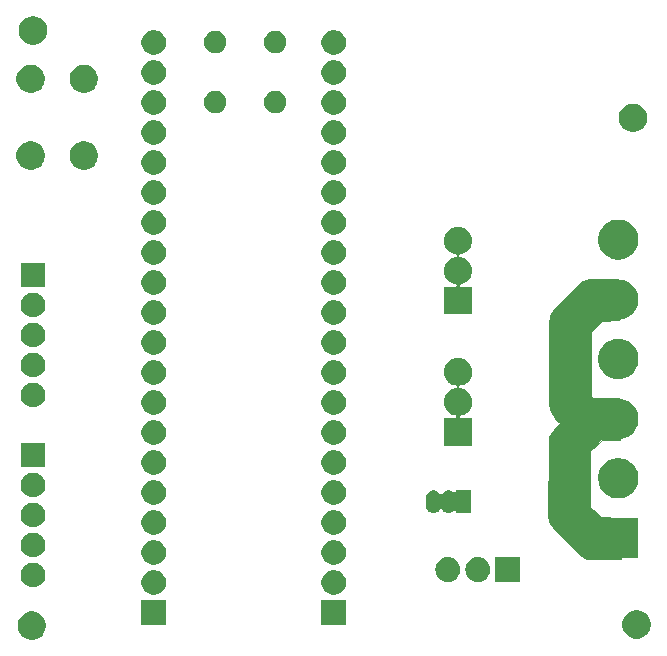
<source format=gbs>
G04 #@! TF.GenerationSoftware,KiCad,Pcbnew,(5.1.4)-1*
G04 #@! TF.CreationDate,2019-12-28T21:24:24+01:00*
G04 #@! TF.ProjectId,STM32_2CH_Dimmer,53544d33-325f-4324-9348-5f44696d6d65,rev?*
G04 #@! TF.SameCoordinates,Original*
G04 #@! TF.FileFunction,Soldermask,Bot*
G04 #@! TF.FilePolarity,Negative*
%FSLAX46Y46*%
G04 Gerber Fmt 4.6, Leading zero omitted, Abs format (unit mm)*
G04 Created by KiCad (PCBNEW (5.1.4)-1) date 2019-12-28 21:24:24*
%MOMM*%
%LPD*%
G04 APERTURE LIST*
%ADD10C,0.100000*%
G04 APERTURE END LIST*
D10*
G36*
X197550000Y-95150000D02*
G01*
X196050000Y-95175000D01*
X195175000Y-96100000D01*
X195150000Y-101550000D01*
X195350000Y-101725000D01*
X197525000Y-101725000D01*
X197625000Y-105250000D01*
X196075000Y-105250000D01*
X195025000Y-106250000D01*
X195050000Y-110925000D01*
X196025000Y-111825000D01*
X197650000Y-111850000D01*
X197650000Y-115350000D01*
X194750000Y-115325000D01*
X194200000Y-115000000D01*
X192450000Y-113225000D01*
X191675000Y-112425000D01*
X191525000Y-111800000D01*
X191575000Y-105700000D01*
X191625000Y-105000000D01*
X191975000Y-104425000D01*
X192500000Y-103875000D01*
X192175000Y-103575000D01*
X191650000Y-102775000D01*
X191625000Y-102075000D01*
X191625000Y-95500000D01*
X191675000Y-94775000D01*
X192000000Y-94225000D01*
X193400000Y-92850000D01*
X194475000Y-91825000D01*
X195050000Y-91650000D01*
X197400000Y-91650000D01*
X197550000Y-95150000D01*
G37*
X197550000Y-95150000D02*
X196050000Y-95175000D01*
X195175000Y-96100000D01*
X195150000Y-101550000D01*
X195350000Y-101725000D01*
X197525000Y-101725000D01*
X197625000Y-105250000D01*
X196075000Y-105250000D01*
X195025000Y-106250000D01*
X195050000Y-110925000D01*
X196025000Y-111825000D01*
X197650000Y-111850000D01*
X197650000Y-115350000D01*
X194750000Y-115325000D01*
X194200000Y-115000000D01*
X192450000Y-113225000D01*
X191675000Y-112425000D01*
X191525000Y-111800000D01*
X191575000Y-105700000D01*
X191625000Y-105000000D01*
X191975000Y-104425000D01*
X192500000Y-103875000D01*
X192175000Y-103575000D01*
X191650000Y-102775000D01*
X191625000Y-102075000D01*
X191625000Y-95500000D01*
X191675000Y-94775000D01*
X192000000Y-94225000D01*
X193400000Y-92850000D01*
X194475000Y-91825000D01*
X195050000Y-91650000D01*
X197400000Y-91650000D01*
X197550000Y-95150000D01*
G36*
X148150026Y-119846115D02*
G01*
X148368411Y-119936573D01*
X148368413Y-119936574D01*
X148564955Y-120067899D01*
X148732101Y-120235045D01*
X148796610Y-120331589D01*
X148863427Y-120431589D01*
X148953885Y-120649974D01*
X149000000Y-120881809D01*
X149000000Y-121118191D01*
X148953885Y-121350026D01*
X148863427Y-121568411D01*
X148863426Y-121568413D01*
X148732101Y-121764955D01*
X148564955Y-121932101D01*
X148368413Y-122063426D01*
X148368412Y-122063427D01*
X148368411Y-122063427D01*
X148150026Y-122153885D01*
X147918191Y-122200000D01*
X147681809Y-122200000D01*
X147449974Y-122153885D01*
X147231589Y-122063427D01*
X147231588Y-122063427D01*
X147231587Y-122063426D01*
X147035045Y-121932101D01*
X146867899Y-121764955D01*
X146736574Y-121568413D01*
X146736573Y-121568411D01*
X146646115Y-121350026D01*
X146600000Y-121118191D01*
X146600000Y-120881809D01*
X146646115Y-120649974D01*
X146736573Y-120431589D01*
X146803391Y-120331589D01*
X146867899Y-120235045D01*
X147035045Y-120067899D01*
X147231587Y-119936574D01*
X147231589Y-119936573D01*
X147449974Y-119846115D01*
X147681809Y-119800000D01*
X147918191Y-119800000D01*
X148150026Y-119846115D01*
X148150026Y-119846115D01*
G37*
G36*
X199350026Y-119746115D02*
G01*
X199568411Y-119836573D01*
X199568413Y-119836574D01*
X199718072Y-119936573D01*
X199764955Y-119967899D01*
X199932101Y-120135045D01*
X200063427Y-120331589D01*
X200153885Y-120549974D01*
X200200000Y-120781809D01*
X200200000Y-121018191D01*
X200153885Y-121250026D01*
X200112463Y-121350027D01*
X200063426Y-121468413D01*
X199932101Y-121664955D01*
X199764955Y-121832101D01*
X199568413Y-121963426D01*
X199568412Y-121963427D01*
X199568411Y-121963427D01*
X199350026Y-122053885D01*
X199118191Y-122100000D01*
X198881809Y-122100000D01*
X198649974Y-122053885D01*
X198431589Y-121963427D01*
X198431588Y-121963427D01*
X198431587Y-121963426D01*
X198235045Y-121832101D01*
X198067899Y-121664955D01*
X197936574Y-121468413D01*
X197887537Y-121350027D01*
X197846115Y-121250026D01*
X197800000Y-121018191D01*
X197800000Y-120781809D01*
X197846115Y-120549974D01*
X197936573Y-120331589D01*
X198067899Y-120135045D01*
X198235045Y-119967899D01*
X198281928Y-119936573D01*
X198431587Y-119836574D01*
X198431589Y-119836573D01*
X198649974Y-119746115D01*
X198881809Y-119700000D01*
X199118191Y-119700000D01*
X199350026Y-119746115D01*
X199350026Y-119746115D01*
G37*
G36*
X174405000Y-120938000D02*
G01*
X172305000Y-120938000D01*
X172305000Y-118838000D01*
X174405000Y-118838000D01*
X174405000Y-120938000D01*
X174405000Y-120938000D01*
G37*
G36*
X159165000Y-120938000D02*
G01*
X157065000Y-120938000D01*
X157065000Y-118838000D01*
X159165000Y-118838000D01*
X159165000Y-120938000D01*
X159165000Y-120938000D01*
G37*
G36*
X173483687Y-116303027D02*
G01*
X173661274Y-116338350D01*
X173852362Y-116417502D01*
X174024336Y-116532411D01*
X174170589Y-116678664D01*
X174285498Y-116850638D01*
X174364650Y-117041726D01*
X174399973Y-117219313D01*
X174405000Y-117244583D01*
X174405000Y-117451417D01*
X174404077Y-117456055D01*
X174364650Y-117654274D01*
X174285498Y-117845362D01*
X174170589Y-118017336D01*
X174024336Y-118163589D01*
X173852362Y-118278498D01*
X173661274Y-118357650D01*
X173483687Y-118392973D01*
X173458417Y-118398000D01*
X173251583Y-118398000D01*
X173226313Y-118392973D01*
X173048726Y-118357650D01*
X172857638Y-118278498D01*
X172685664Y-118163589D01*
X172539411Y-118017336D01*
X172424502Y-117845362D01*
X172345350Y-117654274D01*
X172305923Y-117456055D01*
X172305000Y-117451417D01*
X172305000Y-117244583D01*
X172310027Y-117219313D01*
X172345350Y-117041726D01*
X172424502Y-116850638D01*
X172539411Y-116678664D01*
X172685664Y-116532411D01*
X172857638Y-116417502D01*
X173048726Y-116338350D01*
X173226313Y-116303027D01*
X173251583Y-116298000D01*
X173458417Y-116298000D01*
X173483687Y-116303027D01*
X173483687Y-116303027D01*
G37*
G36*
X158243687Y-116303027D02*
G01*
X158421274Y-116338350D01*
X158612362Y-116417502D01*
X158784336Y-116532411D01*
X158930589Y-116678664D01*
X159045498Y-116850638D01*
X159124650Y-117041726D01*
X159159973Y-117219313D01*
X159165000Y-117244583D01*
X159165000Y-117451417D01*
X159164077Y-117456055D01*
X159124650Y-117654274D01*
X159045498Y-117845362D01*
X158930589Y-118017336D01*
X158784336Y-118163589D01*
X158612362Y-118278498D01*
X158421274Y-118357650D01*
X158243687Y-118392973D01*
X158218417Y-118398000D01*
X158011583Y-118398000D01*
X157986313Y-118392973D01*
X157808726Y-118357650D01*
X157617638Y-118278498D01*
X157445664Y-118163589D01*
X157299411Y-118017336D01*
X157184502Y-117845362D01*
X157105350Y-117654274D01*
X157065923Y-117456055D01*
X157065000Y-117451417D01*
X157065000Y-117244583D01*
X157070027Y-117219313D01*
X157105350Y-117041726D01*
X157184502Y-116850638D01*
X157299411Y-116678664D01*
X157445664Y-116532411D01*
X157617638Y-116417502D01*
X157808726Y-116338350D01*
X157986313Y-116303027D01*
X158011583Y-116298000D01*
X158218417Y-116298000D01*
X158243687Y-116303027D01*
X158243687Y-116303027D01*
G37*
G36*
X148026707Y-115667596D02*
G01*
X148103836Y-115675193D01*
X148301762Y-115735233D01*
X148301765Y-115735234D01*
X148484170Y-115832732D01*
X148644055Y-115963945D01*
X148775268Y-116123830D01*
X148872766Y-116306235D01*
X148872767Y-116306238D01*
X148932807Y-116504164D01*
X148953080Y-116710000D01*
X148932807Y-116915836D01*
X148908473Y-116996054D01*
X148872766Y-117113765D01*
X148775268Y-117296170D01*
X148644055Y-117456055D01*
X148484170Y-117587268D01*
X148301765Y-117684766D01*
X148301762Y-117684767D01*
X148103836Y-117744807D01*
X148026707Y-117752403D01*
X147949580Y-117760000D01*
X147846420Y-117760000D01*
X147769293Y-117752403D01*
X147692164Y-117744807D01*
X147494238Y-117684767D01*
X147494235Y-117684766D01*
X147311830Y-117587268D01*
X147151945Y-117456055D01*
X147020732Y-117296170D01*
X146923234Y-117113765D01*
X146887527Y-116996054D01*
X146863193Y-116915836D01*
X146842920Y-116710000D01*
X146863193Y-116504164D01*
X146923233Y-116306238D01*
X146923234Y-116306235D01*
X147020732Y-116123830D01*
X147151945Y-115963945D01*
X147311830Y-115832732D01*
X147494235Y-115735234D01*
X147494238Y-115735233D01*
X147692164Y-115675193D01*
X147769293Y-115667596D01*
X147846420Y-115660000D01*
X147949580Y-115660000D01*
X148026707Y-115667596D01*
X148026707Y-115667596D01*
G37*
G36*
X189150000Y-117300000D02*
G01*
X187050000Y-117300000D01*
X187050000Y-115200000D01*
X189150000Y-115200000D01*
X189150000Y-117300000D01*
X189150000Y-117300000D01*
G37*
G36*
X185660385Y-115204807D02*
G01*
X185765836Y-115215193D01*
X185963762Y-115275233D01*
X185963765Y-115275234D01*
X186146170Y-115372732D01*
X186306055Y-115503945D01*
X186437268Y-115663830D01*
X186534766Y-115846235D01*
X186534767Y-115846238D01*
X186594807Y-116044164D01*
X186615080Y-116250000D01*
X186594807Y-116455836D01*
X186580146Y-116504166D01*
X186534766Y-116653765D01*
X186437268Y-116836170D01*
X186306055Y-116996055D01*
X186146170Y-117127268D01*
X185963765Y-117224766D01*
X185963762Y-117224767D01*
X185765836Y-117284807D01*
X185688707Y-117292404D01*
X185611580Y-117300000D01*
X185508420Y-117300000D01*
X185431293Y-117292404D01*
X185354164Y-117284807D01*
X185156238Y-117224767D01*
X185156235Y-117224766D01*
X184973830Y-117127268D01*
X184813945Y-116996055D01*
X184682732Y-116836170D01*
X184585234Y-116653765D01*
X184539854Y-116504166D01*
X184525193Y-116455836D01*
X184504920Y-116250000D01*
X184525193Y-116044164D01*
X184585233Y-115846238D01*
X184585234Y-115846235D01*
X184682732Y-115663830D01*
X184813945Y-115503945D01*
X184973830Y-115372732D01*
X185156235Y-115275234D01*
X185156238Y-115275233D01*
X185354164Y-115215193D01*
X185459615Y-115204807D01*
X185508420Y-115200000D01*
X185611580Y-115200000D01*
X185660385Y-115204807D01*
X185660385Y-115204807D01*
G37*
G36*
X183120385Y-115204807D02*
G01*
X183225836Y-115215193D01*
X183423762Y-115275233D01*
X183423765Y-115275234D01*
X183606170Y-115372732D01*
X183766055Y-115503945D01*
X183897268Y-115663830D01*
X183994766Y-115846235D01*
X183994767Y-115846238D01*
X184054807Y-116044164D01*
X184075080Y-116250000D01*
X184054807Y-116455836D01*
X184040146Y-116504166D01*
X183994766Y-116653765D01*
X183897268Y-116836170D01*
X183766055Y-116996055D01*
X183606170Y-117127268D01*
X183423765Y-117224766D01*
X183423762Y-117224767D01*
X183225836Y-117284807D01*
X183148707Y-117292404D01*
X183071580Y-117300000D01*
X182968420Y-117300000D01*
X182891293Y-117292404D01*
X182814164Y-117284807D01*
X182616238Y-117224767D01*
X182616235Y-117224766D01*
X182433830Y-117127268D01*
X182273945Y-116996055D01*
X182142732Y-116836170D01*
X182045234Y-116653765D01*
X181999854Y-116504166D01*
X181985193Y-116455836D01*
X181964920Y-116250000D01*
X181985193Y-116044164D01*
X182045233Y-115846238D01*
X182045234Y-115846235D01*
X182142732Y-115663830D01*
X182273945Y-115503945D01*
X182433830Y-115372732D01*
X182616235Y-115275234D01*
X182616238Y-115275233D01*
X182814164Y-115215193D01*
X182919615Y-115204807D01*
X182968420Y-115200000D01*
X183071580Y-115200000D01*
X183120385Y-115204807D01*
X183120385Y-115204807D01*
G37*
G36*
X158243687Y-113763027D02*
G01*
X158421274Y-113798350D01*
X158612362Y-113877502D01*
X158784336Y-113992411D01*
X158930589Y-114138664D01*
X159045498Y-114310638D01*
X159124650Y-114501726D01*
X159159973Y-114679313D01*
X159165000Y-114704583D01*
X159165000Y-114911417D01*
X159164077Y-114916055D01*
X159124650Y-115114274D01*
X159045498Y-115305362D01*
X158930589Y-115477336D01*
X158784336Y-115623589D01*
X158612362Y-115738498D01*
X158421274Y-115817650D01*
X158243687Y-115852973D01*
X158218417Y-115858000D01*
X158011583Y-115858000D01*
X157986313Y-115852973D01*
X157808726Y-115817650D01*
X157617638Y-115738498D01*
X157445664Y-115623589D01*
X157299411Y-115477336D01*
X157184502Y-115305362D01*
X157105350Y-115114274D01*
X157065923Y-114916055D01*
X157065000Y-114911417D01*
X157065000Y-114704583D01*
X157070027Y-114679313D01*
X157105350Y-114501726D01*
X157184502Y-114310638D01*
X157299411Y-114138664D01*
X157445664Y-113992411D01*
X157617638Y-113877502D01*
X157808726Y-113798350D01*
X157986313Y-113763027D01*
X158011583Y-113758000D01*
X158218417Y-113758000D01*
X158243687Y-113763027D01*
X158243687Y-113763027D01*
G37*
G36*
X173483687Y-113763027D02*
G01*
X173661274Y-113798350D01*
X173852362Y-113877502D01*
X174024336Y-113992411D01*
X174170589Y-114138664D01*
X174285498Y-114310638D01*
X174364650Y-114501726D01*
X174399973Y-114679313D01*
X174405000Y-114704583D01*
X174405000Y-114911417D01*
X174404077Y-114916055D01*
X174364650Y-115114274D01*
X174285498Y-115305362D01*
X174170589Y-115477336D01*
X174024336Y-115623589D01*
X173852362Y-115738498D01*
X173661274Y-115817650D01*
X173483687Y-115852973D01*
X173458417Y-115858000D01*
X173251583Y-115858000D01*
X173226313Y-115852973D01*
X173048726Y-115817650D01*
X172857638Y-115738498D01*
X172685664Y-115623589D01*
X172539411Y-115477336D01*
X172424502Y-115305362D01*
X172345350Y-115114274D01*
X172305923Y-114916055D01*
X172305000Y-114911417D01*
X172305000Y-114704583D01*
X172310027Y-114679313D01*
X172345350Y-114501726D01*
X172424502Y-114310638D01*
X172539411Y-114138664D01*
X172685664Y-113992411D01*
X172857638Y-113877502D01*
X173048726Y-113798350D01*
X173226313Y-113763027D01*
X173251583Y-113758000D01*
X173458417Y-113758000D01*
X173483687Y-113763027D01*
X173483687Y-113763027D01*
G37*
G36*
X199150000Y-115300000D02*
G01*
X195750000Y-115300000D01*
X195750000Y-111900000D01*
X199150000Y-111900000D01*
X199150000Y-115300000D01*
X199150000Y-115300000D01*
G37*
G36*
X148026707Y-113127597D02*
G01*
X148103836Y-113135193D01*
X148301762Y-113195233D01*
X148301765Y-113195234D01*
X148484170Y-113292732D01*
X148644055Y-113423945D01*
X148775268Y-113583830D01*
X148872766Y-113766235D01*
X148872767Y-113766238D01*
X148932807Y-113964164D01*
X148953080Y-114170000D01*
X148932807Y-114375836D01*
X148894619Y-114501726D01*
X148872766Y-114573765D01*
X148775268Y-114756170D01*
X148644055Y-114916055D01*
X148484170Y-115047268D01*
X148301765Y-115144766D01*
X148301762Y-115144767D01*
X148103836Y-115204807D01*
X148026707Y-115212403D01*
X147949580Y-115220000D01*
X147846420Y-115220000D01*
X147769293Y-115212403D01*
X147692164Y-115204807D01*
X147494238Y-115144767D01*
X147494235Y-115144766D01*
X147311830Y-115047268D01*
X147151945Y-114916055D01*
X147020732Y-114756170D01*
X146923234Y-114573765D01*
X146901381Y-114501726D01*
X146863193Y-114375836D01*
X146842920Y-114170000D01*
X146863193Y-113964164D01*
X146923233Y-113766238D01*
X146923234Y-113766235D01*
X147020732Y-113583830D01*
X147151945Y-113423945D01*
X147311830Y-113292732D01*
X147494235Y-113195234D01*
X147494238Y-113195233D01*
X147692164Y-113135193D01*
X147769293Y-113127597D01*
X147846420Y-113120000D01*
X147949580Y-113120000D01*
X148026707Y-113127597D01*
X148026707Y-113127597D01*
G37*
G36*
X158243687Y-111223027D02*
G01*
X158421274Y-111258350D01*
X158612362Y-111337502D01*
X158784336Y-111452411D01*
X158930589Y-111598664D01*
X159045498Y-111770638D01*
X159124650Y-111961726D01*
X159159973Y-112139313D01*
X159165000Y-112164583D01*
X159165000Y-112371417D01*
X159164077Y-112376055D01*
X159124650Y-112574274D01*
X159045498Y-112765362D01*
X158930589Y-112937336D01*
X158784336Y-113083589D01*
X158612362Y-113198498D01*
X158421274Y-113277650D01*
X158243687Y-113312973D01*
X158218417Y-113318000D01*
X158011583Y-113318000D01*
X157986313Y-113312973D01*
X157808726Y-113277650D01*
X157617638Y-113198498D01*
X157445664Y-113083589D01*
X157299411Y-112937336D01*
X157184502Y-112765362D01*
X157105350Y-112574274D01*
X157065923Y-112376055D01*
X157065000Y-112371417D01*
X157065000Y-112164583D01*
X157070027Y-112139313D01*
X157105350Y-111961726D01*
X157184502Y-111770638D01*
X157299411Y-111598664D01*
X157445664Y-111452411D01*
X157617638Y-111337502D01*
X157808726Y-111258350D01*
X157986313Y-111223027D01*
X158011583Y-111218000D01*
X158218417Y-111218000D01*
X158243687Y-111223027D01*
X158243687Y-111223027D01*
G37*
G36*
X173483687Y-111223027D02*
G01*
X173661274Y-111258350D01*
X173852362Y-111337502D01*
X174024336Y-111452411D01*
X174170589Y-111598664D01*
X174285498Y-111770638D01*
X174364650Y-111961726D01*
X174399973Y-112139313D01*
X174405000Y-112164583D01*
X174405000Y-112371417D01*
X174404077Y-112376055D01*
X174364650Y-112574274D01*
X174285498Y-112765362D01*
X174170589Y-112937336D01*
X174024336Y-113083589D01*
X173852362Y-113198498D01*
X173661274Y-113277650D01*
X173483687Y-113312973D01*
X173458417Y-113318000D01*
X173251583Y-113318000D01*
X173226313Y-113312973D01*
X173048726Y-113277650D01*
X172857638Y-113198498D01*
X172685664Y-113083589D01*
X172539411Y-112937336D01*
X172424502Y-112765362D01*
X172345350Y-112574274D01*
X172305923Y-112376055D01*
X172305000Y-112371417D01*
X172305000Y-112164583D01*
X172310027Y-112139313D01*
X172345350Y-111961726D01*
X172424502Y-111770638D01*
X172539411Y-111598664D01*
X172685664Y-111452411D01*
X172857638Y-111337502D01*
X173048726Y-111258350D01*
X173226313Y-111223027D01*
X173251583Y-111218000D01*
X173458417Y-111218000D01*
X173483687Y-111223027D01*
X173483687Y-111223027D01*
G37*
G36*
X148026707Y-110587596D02*
G01*
X148103836Y-110595193D01*
X148301762Y-110655233D01*
X148301765Y-110655234D01*
X148484170Y-110752732D01*
X148644055Y-110883945D01*
X148775268Y-111043830D01*
X148872766Y-111226235D01*
X148872767Y-111226238D01*
X148932807Y-111424164D01*
X148953080Y-111630000D01*
X148932807Y-111835836D01*
X148913343Y-111900000D01*
X148872766Y-112033765D01*
X148775268Y-112216170D01*
X148644055Y-112376055D01*
X148484170Y-112507268D01*
X148301765Y-112604766D01*
X148301762Y-112604767D01*
X148103836Y-112664807D01*
X148026707Y-112672404D01*
X147949580Y-112680000D01*
X147846420Y-112680000D01*
X147769293Y-112672404D01*
X147692164Y-112664807D01*
X147494238Y-112604767D01*
X147494235Y-112604766D01*
X147311830Y-112507268D01*
X147151945Y-112376055D01*
X147020732Y-112216170D01*
X146923234Y-112033765D01*
X146882657Y-111900000D01*
X146863193Y-111835836D01*
X146842920Y-111630000D01*
X146863193Y-111424164D01*
X146923233Y-111226238D01*
X146923234Y-111226235D01*
X147020732Y-111043830D01*
X147151945Y-110883945D01*
X147311830Y-110752732D01*
X147494235Y-110655234D01*
X147494238Y-110655233D01*
X147692164Y-110595193D01*
X147769293Y-110587596D01*
X147846420Y-110580000D01*
X147949580Y-110580000D01*
X148026707Y-110587596D01*
X148026707Y-110587596D01*
G37*
G36*
X183195997Y-109558280D02*
G01*
X183207422Y-109559405D01*
X183268684Y-109577989D01*
X183329947Y-109596573D01*
X183442867Y-109656930D01*
X183495709Y-109700296D01*
X183516078Y-109713906D01*
X183538717Y-109723283D01*
X183562750Y-109728063D01*
X183587254Y-109728063D01*
X183611287Y-109723282D01*
X183633926Y-109713905D01*
X183654300Y-109700291D01*
X183671627Y-109682964D01*
X183685241Y-109662589D01*
X183694618Y-109639950D01*
X183700000Y-109603666D01*
X183700000Y-109550000D01*
X185000000Y-109550000D01*
X185000000Y-111450000D01*
X183700000Y-111450000D01*
X183700000Y-111396334D01*
X183697598Y-111371948D01*
X183690485Y-111348499D01*
X183678934Y-111326888D01*
X183663389Y-111307946D01*
X183644447Y-111292401D01*
X183622836Y-111280850D01*
X183599387Y-111273737D01*
X183575001Y-111271335D01*
X183550615Y-111273737D01*
X183527166Y-111280850D01*
X183505555Y-111292401D01*
X183495728Y-111299688D01*
X183442868Y-111343070D01*
X183329948Y-111403427D01*
X183268685Y-111422011D01*
X183207423Y-111440595D01*
X183195998Y-111441720D01*
X183080000Y-111453145D01*
X182964003Y-111441720D01*
X182952578Y-111440595D01*
X182891316Y-111422011D01*
X182830053Y-111403427D01*
X182717133Y-111343070D01*
X182618158Y-111261843D01*
X182541618Y-111168579D01*
X182524300Y-111151261D01*
X182503926Y-111137647D01*
X182481287Y-111128270D01*
X182457254Y-111123489D01*
X182432750Y-111123489D01*
X182408716Y-111128269D01*
X182386077Y-111137646D01*
X182365703Y-111151260D01*
X182348379Y-111168584D01*
X182271843Y-111261843D01*
X182172868Y-111343070D01*
X182059948Y-111403427D01*
X181998685Y-111422011D01*
X181937423Y-111440595D01*
X181925998Y-111441720D01*
X181810000Y-111453145D01*
X181694003Y-111441720D01*
X181682578Y-111440595D01*
X181621316Y-111422011D01*
X181560053Y-111403427D01*
X181447133Y-111343070D01*
X181348158Y-111261843D01*
X181266931Y-111162868D01*
X181206573Y-111049948D01*
X181169405Y-110927422D01*
X181160000Y-110831932D01*
X181160000Y-110168069D01*
X181169405Y-110072579D01*
X181171775Y-110064767D01*
X181206573Y-109950054D01*
X181206573Y-109950053D01*
X181266930Y-109837133D01*
X181348157Y-109738157D01*
X181447132Y-109656930D01*
X181560052Y-109596573D01*
X181621315Y-109577989D01*
X181682577Y-109559405D01*
X181694002Y-109558280D01*
X181810000Y-109546855D01*
X181925997Y-109558280D01*
X181937422Y-109559405D01*
X181998684Y-109577989D01*
X182059947Y-109596573D01*
X182172867Y-109656930D01*
X182271843Y-109738157D01*
X182348383Y-109831421D01*
X182365701Y-109848739D01*
X182386075Y-109862353D01*
X182408714Y-109871730D01*
X182432747Y-109876511D01*
X182457251Y-109876511D01*
X182481285Y-109871731D01*
X182503924Y-109862354D01*
X182524298Y-109848740D01*
X182541622Y-109831416D01*
X182618157Y-109738157D01*
X182717132Y-109656930D01*
X182830052Y-109596573D01*
X182891315Y-109577989D01*
X182952577Y-109559405D01*
X182964002Y-109558280D01*
X183080000Y-109546855D01*
X183195997Y-109558280D01*
X183195997Y-109558280D01*
G37*
G36*
X173483687Y-108683027D02*
G01*
X173661274Y-108718350D01*
X173852362Y-108797502D01*
X174024336Y-108912411D01*
X174170589Y-109058664D01*
X174285498Y-109230638D01*
X174364650Y-109421726D01*
X174392035Y-109559405D01*
X174405000Y-109624583D01*
X174405000Y-109831417D01*
X174403198Y-109840476D01*
X174364650Y-110034274D01*
X174285498Y-110225362D01*
X174170589Y-110397336D01*
X174024336Y-110543589D01*
X173852362Y-110658498D01*
X173661274Y-110737650D01*
X173483687Y-110772973D01*
X173458417Y-110778000D01*
X173251583Y-110778000D01*
X173226313Y-110772973D01*
X173048726Y-110737650D01*
X172857638Y-110658498D01*
X172685664Y-110543589D01*
X172539411Y-110397336D01*
X172424502Y-110225362D01*
X172345350Y-110034274D01*
X172306802Y-109840476D01*
X172305000Y-109831417D01*
X172305000Y-109624583D01*
X172317965Y-109559405D01*
X172345350Y-109421726D01*
X172424502Y-109230638D01*
X172539411Y-109058664D01*
X172685664Y-108912411D01*
X172857638Y-108797502D01*
X173048726Y-108718350D01*
X173226313Y-108683027D01*
X173251583Y-108678000D01*
X173458417Y-108678000D01*
X173483687Y-108683027D01*
X173483687Y-108683027D01*
G37*
G36*
X158243687Y-108683027D02*
G01*
X158421274Y-108718350D01*
X158612362Y-108797502D01*
X158784336Y-108912411D01*
X158930589Y-109058664D01*
X159045498Y-109230638D01*
X159124650Y-109421726D01*
X159152035Y-109559405D01*
X159165000Y-109624583D01*
X159165000Y-109831417D01*
X159163198Y-109840476D01*
X159124650Y-110034274D01*
X159045498Y-110225362D01*
X158930589Y-110397336D01*
X158784336Y-110543589D01*
X158612362Y-110658498D01*
X158421274Y-110737650D01*
X158243687Y-110772973D01*
X158218417Y-110778000D01*
X158011583Y-110778000D01*
X157986313Y-110772973D01*
X157808726Y-110737650D01*
X157617638Y-110658498D01*
X157445664Y-110543589D01*
X157299411Y-110397336D01*
X157184502Y-110225362D01*
X157105350Y-110034274D01*
X157066802Y-109840476D01*
X157065000Y-109831417D01*
X157065000Y-109624583D01*
X157077965Y-109559405D01*
X157105350Y-109421726D01*
X157184502Y-109230638D01*
X157299411Y-109058664D01*
X157445664Y-108912411D01*
X157617638Y-108797502D01*
X157808726Y-108718350D01*
X157986313Y-108683027D01*
X158011583Y-108678000D01*
X158218417Y-108678000D01*
X158243687Y-108683027D01*
X158243687Y-108683027D01*
G37*
G36*
X197781654Y-106852665D02*
G01*
X197945872Y-106885330D01*
X198255252Y-107013479D01*
X198533687Y-107199523D01*
X198770477Y-107436313D01*
X198956521Y-107714748D01*
X199084670Y-108024128D01*
X199084670Y-108024130D01*
X199150000Y-108352563D01*
X199150000Y-108687437D01*
X199117335Y-108851654D01*
X199084670Y-109015872D01*
X198956521Y-109325252D01*
X198770477Y-109603687D01*
X198533687Y-109840477D01*
X198255252Y-110026521D01*
X197945872Y-110154670D01*
X197781654Y-110187335D01*
X197617437Y-110220000D01*
X197282563Y-110220000D01*
X197118346Y-110187335D01*
X196954128Y-110154670D01*
X196644748Y-110026521D01*
X196366313Y-109840477D01*
X196129523Y-109603687D01*
X195943479Y-109325252D01*
X195815330Y-109015872D01*
X195782665Y-108851654D01*
X195750000Y-108687437D01*
X195750000Y-108352563D01*
X195815330Y-108024130D01*
X195815330Y-108024128D01*
X195943479Y-107714748D01*
X196129523Y-107436313D01*
X196366313Y-107199523D01*
X196644748Y-107013479D01*
X196954128Y-106885330D01*
X197118346Y-106852665D01*
X197282563Y-106820000D01*
X197617437Y-106820000D01*
X197781654Y-106852665D01*
X197781654Y-106852665D01*
G37*
G36*
X148026707Y-108047596D02*
G01*
X148103836Y-108055193D01*
X148301762Y-108115233D01*
X148301765Y-108115234D01*
X148484170Y-108212732D01*
X148644055Y-108343945D01*
X148775268Y-108503830D01*
X148872766Y-108686235D01*
X148872767Y-108686238D01*
X148932807Y-108884164D01*
X148953080Y-109090000D01*
X148932807Y-109295836D01*
X148894619Y-109421726D01*
X148872766Y-109493765D01*
X148775268Y-109676170D01*
X148644055Y-109836055D01*
X148484170Y-109967268D01*
X148301765Y-110064766D01*
X148301762Y-110064767D01*
X148103836Y-110124807D01*
X148026707Y-110132404D01*
X147949580Y-110140000D01*
X147846420Y-110140000D01*
X147769293Y-110132404D01*
X147692164Y-110124807D01*
X147494238Y-110064767D01*
X147494235Y-110064766D01*
X147311830Y-109967268D01*
X147151945Y-109836055D01*
X147020732Y-109676170D01*
X146923234Y-109493765D01*
X146901381Y-109421726D01*
X146863193Y-109295836D01*
X146842920Y-109090000D01*
X146863193Y-108884164D01*
X146923233Y-108686238D01*
X146923234Y-108686235D01*
X147020732Y-108503830D01*
X147151945Y-108343945D01*
X147311830Y-108212732D01*
X147494235Y-108115234D01*
X147494238Y-108115233D01*
X147692164Y-108055193D01*
X147769293Y-108047596D01*
X147846420Y-108040000D01*
X147949580Y-108040000D01*
X148026707Y-108047596D01*
X148026707Y-108047596D01*
G37*
G36*
X173483687Y-106143027D02*
G01*
X173661274Y-106178350D01*
X173852362Y-106257502D01*
X174024336Y-106372411D01*
X174170589Y-106518664D01*
X174285498Y-106690638D01*
X174364650Y-106881726D01*
X174405000Y-107084584D01*
X174405000Y-107291416D01*
X174364650Y-107494274D01*
X174285498Y-107685362D01*
X174170589Y-107857336D01*
X174024336Y-108003589D01*
X173852362Y-108118498D01*
X173661274Y-108197650D01*
X173483687Y-108232973D01*
X173458417Y-108238000D01*
X173251583Y-108238000D01*
X173226313Y-108232973D01*
X173048726Y-108197650D01*
X172857638Y-108118498D01*
X172685664Y-108003589D01*
X172539411Y-107857336D01*
X172424502Y-107685362D01*
X172345350Y-107494274D01*
X172305000Y-107291416D01*
X172305000Y-107084584D01*
X172345350Y-106881726D01*
X172424502Y-106690638D01*
X172539411Y-106518664D01*
X172685664Y-106372411D01*
X172857638Y-106257502D01*
X173048726Y-106178350D01*
X173226313Y-106143027D01*
X173251583Y-106138000D01*
X173458417Y-106138000D01*
X173483687Y-106143027D01*
X173483687Y-106143027D01*
G37*
G36*
X158243687Y-106143027D02*
G01*
X158421274Y-106178350D01*
X158612362Y-106257502D01*
X158784336Y-106372411D01*
X158930589Y-106518664D01*
X159045498Y-106690638D01*
X159124650Y-106881726D01*
X159165000Y-107084584D01*
X159165000Y-107291416D01*
X159124650Y-107494274D01*
X159045498Y-107685362D01*
X158930589Y-107857336D01*
X158784336Y-108003589D01*
X158612362Y-108118498D01*
X158421274Y-108197650D01*
X158243687Y-108232973D01*
X158218417Y-108238000D01*
X158011583Y-108238000D01*
X157986313Y-108232973D01*
X157808726Y-108197650D01*
X157617638Y-108118498D01*
X157445664Y-108003589D01*
X157299411Y-107857336D01*
X157184502Y-107685362D01*
X157105350Y-107494274D01*
X157065000Y-107291416D01*
X157065000Y-107084584D01*
X157105350Y-106881726D01*
X157184502Y-106690638D01*
X157299411Y-106518664D01*
X157445664Y-106372411D01*
X157617638Y-106257502D01*
X157808726Y-106178350D01*
X157986313Y-106143027D01*
X158011583Y-106138000D01*
X158218417Y-106138000D01*
X158243687Y-106143027D01*
X158243687Y-106143027D01*
G37*
G36*
X148948000Y-107600000D02*
G01*
X146848000Y-107600000D01*
X146848000Y-105500000D01*
X148948000Y-105500000D01*
X148948000Y-107600000D01*
X148948000Y-107600000D01*
G37*
G36*
X184116991Y-98378617D02*
G01*
X184173429Y-98384176D01*
X184390676Y-98450077D01*
X184390679Y-98450078D01*
X184570344Y-98546112D01*
X184590893Y-98557095D01*
X184636607Y-98594612D01*
X184766384Y-98701116D01*
X184872888Y-98830893D01*
X184910405Y-98876607D01*
X184910406Y-98876609D01*
X185017422Y-99076821D01*
X185017423Y-99076824D01*
X185083324Y-99294071D01*
X185105576Y-99520000D01*
X185083324Y-99745929D01*
X185044391Y-99874274D01*
X185017422Y-99963179D01*
X184968519Y-100054670D01*
X184910405Y-100163393D01*
X184872888Y-100209107D01*
X184766384Y-100338884D01*
X184649030Y-100435193D01*
X184590893Y-100482905D01*
X184590891Y-100482906D01*
X184390679Y-100589922D01*
X184390676Y-100589923D01*
X184173429Y-100655824D01*
X184095961Y-100663454D01*
X184074141Y-100665603D01*
X184050108Y-100670383D01*
X184027469Y-100679761D01*
X184007094Y-100693375D01*
X183989767Y-100710702D01*
X183976154Y-100731076D01*
X183966776Y-100753715D01*
X183961996Y-100777748D01*
X183961996Y-100802252D01*
X183966776Y-100826285D01*
X183976154Y-100848924D01*
X183989768Y-100869299D01*
X184007095Y-100886626D01*
X184027469Y-100900239D01*
X184050108Y-100909617D01*
X184074141Y-100914397D01*
X184173429Y-100924176D01*
X184390676Y-100990077D01*
X184390679Y-100990078D01*
X184570344Y-101086112D01*
X184590893Y-101097095D01*
X184592423Y-101098351D01*
X184766384Y-101241116D01*
X184872888Y-101370893D01*
X184910405Y-101416607D01*
X184910406Y-101416609D01*
X185017422Y-101616821D01*
X185017423Y-101616824D01*
X185083324Y-101834071D01*
X185105576Y-102060000D01*
X185083324Y-102285929D01*
X185043772Y-102416314D01*
X185017422Y-102503179D01*
X184962805Y-102605360D01*
X184910405Y-102703393D01*
X184872888Y-102749107D01*
X184766384Y-102878884D01*
X184636607Y-102985388D01*
X184590893Y-103022905D01*
X184590891Y-103022906D01*
X184390679Y-103129922D01*
X184390676Y-103129923D01*
X184173429Y-103195824D01*
X184150278Y-103198104D01*
X184126245Y-103202885D01*
X184103607Y-103212262D01*
X184083232Y-103225876D01*
X184065905Y-103243203D01*
X184052292Y-103263577D01*
X184042914Y-103286216D01*
X184038134Y-103310249D01*
X184038134Y-103334753D01*
X184042915Y-103358787D01*
X184052292Y-103381425D01*
X184065906Y-103401800D01*
X184083233Y-103419127D01*
X184103607Y-103432740D01*
X184126246Y-103442118D01*
X184162531Y-103447500D01*
X185100000Y-103447500D01*
X185100000Y-105752500D01*
X182700000Y-105752500D01*
X182700000Y-103447500D01*
X183637469Y-103447500D01*
X183661855Y-103445098D01*
X183685304Y-103437985D01*
X183706915Y-103426434D01*
X183725857Y-103410889D01*
X183741402Y-103391947D01*
X183752953Y-103370336D01*
X183760066Y-103346887D01*
X183762468Y-103322501D01*
X183760066Y-103298115D01*
X183752953Y-103274666D01*
X183741402Y-103253055D01*
X183725857Y-103234113D01*
X183706915Y-103218568D01*
X183685304Y-103207017D01*
X183649721Y-103198104D01*
X183626571Y-103195824D01*
X183409324Y-103129923D01*
X183409321Y-103129922D01*
X183209109Y-103022906D01*
X183209107Y-103022905D01*
X183163393Y-102985388D01*
X183033616Y-102878884D01*
X182927112Y-102749107D01*
X182889595Y-102703393D01*
X182837195Y-102605360D01*
X182782578Y-102503179D01*
X182756228Y-102416314D01*
X182716676Y-102285929D01*
X182694424Y-102060000D01*
X182716676Y-101834071D01*
X182782577Y-101616824D01*
X182782578Y-101616821D01*
X182889594Y-101416609D01*
X182889595Y-101416607D01*
X182927112Y-101370893D01*
X183033616Y-101241116D01*
X183207577Y-101098351D01*
X183209107Y-101097095D01*
X183229656Y-101086112D01*
X183409321Y-100990078D01*
X183409324Y-100990077D01*
X183626571Y-100924176D01*
X183725859Y-100914397D01*
X183749892Y-100909617D01*
X183772531Y-100900239D01*
X183792906Y-100886625D01*
X183810233Y-100869298D01*
X183823846Y-100848924D01*
X183833224Y-100826285D01*
X183838004Y-100802252D01*
X183838004Y-100777748D01*
X183833224Y-100753715D01*
X183823846Y-100731076D01*
X183810232Y-100710701D01*
X183792905Y-100693374D01*
X183772531Y-100679761D01*
X183749892Y-100670383D01*
X183725859Y-100665603D01*
X183704039Y-100663454D01*
X183626571Y-100655824D01*
X183409324Y-100589923D01*
X183409321Y-100589922D01*
X183209109Y-100482906D01*
X183209107Y-100482905D01*
X183150970Y-100435193D01*
X183033616Y-100338884D01*
X182927112Y-100209107D01*
X182889595Y-100163393D01*
X182831481Y-100054670D01*
X182782578Y-99963179D01*
X182755609Y-99874274D01*
X182716676Y-99745929D01*
X182694424Y-99520000D01*
X182716676Y-99294071D01*
X182782577Y-99076824D01*
X182782578Y-99076821D01*
X182889594Y-98876609D01*
X182889595Y-98876607D01*
X182927112Y-98830893D01*
X183033616Y-98701116D01*
X183163393Y-98594612D01*
X183209107Y-98557095D01*
X183229656Y-98546112D01*
X183409321Y-98450078D01*
X183409324Y-98450077D01*
X183626571Y-98384176D01*
X183683009Y-98378617D01*
X183795884Y-98367500D01*
X184004116Y-98367500D01*
X184116991Y-98378617D01*
X184116991Y-98378617D01*
G37*
G36*
X173483687Y-103603027D02*
G01*
X173661274Y-103638350D01*
X173852362Y-103717502D01*
X174024336Y-103832411D01*
X174170589Y-103978664D01*
X174285498Y-104150638D01*
X174364650Y-104341726D01*
X174405000Y-104544584D01*
X174405000Y-104751416D01*
X174364650Y-104954274D01*
X174285498Y-105145362D01*
X174170589Y-105317336D01*
X174024336Y-105463589D01*
X173852362Y-105578498D01*
X173661274Y-105657650D01*
X173483687Y-105692973D01*
X173458417Y-105698000D01*
X173251583Y-105698000D01*
X173226313Y-105692973D01*
X173048726Y-105657650D01*
X172857638Y-105578498D01*
X172685664Y-105463589D01*
X172539411Y-105317336D01*
X172424502Y-105145362D01*
X172345350Y-104954274D01*
X172305000Y-104751416D01*
X172305000Y-104544584D01*
X172345350Y-104341726D01*
X172424502Y-104150638D01*
X172539411Y-103978664D01*
X172685664Y-103832411D01*
X172857638Y-103717502D01*
X173048726Y-103638350D01*
X173226313Y-103603027D01*
X173251583Y-103598000D01*
X173458417Y-103598000D01*
X173483687Y-103603027D01*
X173483687Y-103603027D01*
G37*
G36*
X158243687Y-103603027D02*
G01*
X158421274Y-103638350D01*
X158612362Y-103717502D01*
X158784336Y-103832411D01*
X158930589Y-103978664D01*
X159045498Y-104150638D01*
X159124650Y-104341726D01*
X159165000Y-104544584D01*
X159165000Y-104751416D01*
X159124650Y-104954274D01*
X159045498Y-105145362D01*
X158930589Y-105317336D01*
X158784336Y-105463589D01*
X158612362Y-105578498D01*
X158421274Y-105657650D01*
X158243687Y-105692973D01*
X158218417Y-105698000D01*
X158011583Y-105698000D01*
X157986313Y-105692973D01*
X157808726Y-105657650D01*
X157617638Y-105578498D01*
X157445664Y-105463589D01*
X157299411Y-105317336D01*
X157184502Y-105145362D01*
X157105350Y-104954274D01*
X157065000Y-104751416D01*
X157065000Y-104544584D01*
X157105350Y-104341726D01*
X157184502Y-104150638D01*
X157299411Y-103978664D01*
X157445664Y-103832411D01*
X157617638Y-103717502D01*
X157808726Y-103638350D01*
X157986313Y-103603027D01*
X158011583Y-103598000D01*
X158218417Y-103598000D01*
X158243687Y-103603027D01*
X158243687Y-103603027D01*
G37*
G36*
X197781654Y-101832665D02*
G01*
X197945872Y-101865330D01*
X198255252Y-101993479D01*
X198533687Y-102179523D01*
X198770477Y-102416313D01*
X198956521Y-102694748D01*
X199084670Y-103004128D01*
X199107251Y-103117649D01*
X199147999Y-103322501D01*
X199150000Y-103332565D01*
X199150000Y-103667435D01*
X199084670Y-103995872D01*
X198956521Y-104305252D01*
X198770477Y-104583687D01*
X198533687Y-104820477D01*
X198255252Y-105006521D01*
X197945872Y-105134670D01*
X197781654Y-105167335D01*
X197617437Y-105200000D01*
X197282563Y-105200000D01*
X197118347Y-105167335D01*
X196954128Y-105134670D01*
X196644748Y-105006521D01*
X196366313Y-104820477D01*
X196129523Y-104583687D01*
X195943479Y-104305252D01*
X195815330Y-103995872D01*
X195750000Y-103667435D01*
X195750000Y-103332565D01*
X195752002Y-103322501D01*
X195792749Y-103117649D01*
X195815330Y-103004128D01*
X195943479Y-102694748D01*
X196129523Y-102416313D01*
X196366313Y-102179523D01*
X196644748Y-101993479D01*
X196954128Y-101865330D01*
X197118347Y-101832665D01*
X197282563Y-101800000D01*
X197617437Y-101800000D01*
X197781654Y-101832665D01*
X197781654Y-101832665D01*
G37*
G36*
X173483687Y-101063027D02*
G01*
X173661274Y-101098350D01*
X173852362Y-101177502D01*
X174024336Y-101292411D01*
X174170589Y-101438664D01*
X174285498Y-101610638D01*
X174364650Y-101801726D01*
X174399973Y-101979313D01*
X174405000Y-102004583D01*
X174405000Y-102211417D01*
X174404077Y-102216055D01*
X174364650Y-102414274D01*
X174285498Y-102605362D01*
X174170589Y-102777336D01*
X174024336Y-102923589D01*
X173852362Y-103038498D01*
X173661274Y-103117650D01*
X173483687Y-103152973D01*
X173458417Y-103158000D01*
X173251583Y-103158000D01*
X173226313Y-103152973D01*
X173048726Y-103117650D01*
X172857638Y-103038498D01*
X172685664Y-102923589D01*
X172539411Y-102777336D01*
X172424502Y-102605362D01*
X172345350Y-102414274D01*
X172305923Y-102216055D01*
X172305000Y-102211417D01*
X172305000Y-102004583D01*
X172310027Y-101979313D01*
X172345350Y-101801726D01*
X172424502Y-101610638D01*
X172539411Y-101438664D01*
X172685664Y-101292411D01*
X172857638Y-101177502D01*
X173048726Y-101098350D01*
X173226313Y-101063027D01*
X173251583Y-101058000D01*
X173458417Y-101058000D01*
X173483687Y-101063027D01*
X173483687Y-101063027D01*
G37*
G36*
X158243687Y-101063027D02*
G01*
X158421274Y-101098350D01*
X158612362Y-101177502D01*
X158784336Y-101292411D01*
X158930589Y-101438664D01*
X159045498Y-101610638D01*
X159124650Y-101801726D01*
X159159973Y-101979313D01*
X159165000Y-102004583D01*
X159165000Y-102211417D01*
X159164077Y-102216055D01*
X159124650Y-102414274D01*
X159045498Y-102605362D01*
X158930589Y-102777336D01*
X158784336Y-102923589D01*
X158612362Y-103038498D01*
X158421274Y-103117650D01*
X158243687Y-103152973D01*
X158218417Y-103158000D01*
X158011583Y-103158000D01*
X157986313Y-103152973D01*
X157808726Y-103117650D01*
X157617638Y-103038498D01*
X157445664Y-102923589D01*
X157299411Y-102777336D01*
X157184502Y-102605362D01*
X157105350Y-102414274D01*
X157065923Y-102216055D01*
X157065000Y-102211417D01*
X157065000Y-102004583D01*
X157070027Y-101979313D01*
X157105350Y-101801726D01*
X157184502Y-101610638D01*
X157299411Y-101438664D01*
X157445664Y-101292411D01*
X157617638Y-101177502D01*
X157808726Y-101098350D01*
X157986313Y-101063027D01*
X158011583Y-101058000D01*
X158218417Y-101058000D01*
X158243687Y-101063027D01*
X158243687Y-101063027D01*
G37*
G36*
X148026707Y-100427596D02*
G01*
X148103836Y-100435193D01*
X148261125Y-100482906D01*
X148301765Y-100495234D01*
X148484170Y-100592732D01*
X148644055Y-100723945D01*
X148775268Y-100883830D01*
X148872766Y-101066235D01*
X148872767Y-101066238D01*
X148932807Y-101264164D01*
X148953080Y-101470000D01*
X148932807Y-101675836D01*
X148895142Y-101800000D01*
X148872766Y-101873765D01*
X148775268Y-102056170D01*
X148644055Y-102216055D01*
X148484170Y-102347268D01*
X148301765Y-102444766D01*
X148301762Y-102444767D01*
X148103836Y-102504807D01*
X148026707Y-102512404D01*
X147949580Y-102520000D01*
X147846420Y-102520000D01*
X147769293Y-102512403D01*
X147692164Y-102504807D01*
X147494238Y-102444767D01*
X147494235Y-102444766D01*
X147311830Y-102347268D01*
X147151945Y-102216055D01*
X147020732Y-102056170D01*
X146923234Y-101873765D01*
X146900858Y-101800000D01*
X146863193Y-101675836D01*
X146842920Y-101470000D01*
X146863193Y-101264164D01*
X146923233Y-101066238D01*
X146923234Y-101066235D01*
X147020732Y-100883830D01*
X147151945Y-100723945D01*
X147311830Y-100592732D01*
X147494235Y-100495234D01*
X147534875Y-100482906D01*
X147692164Y-100435193D01*
X147769293Y-100427596D01*
X147846420Y-100420000D01*
X147949580Y-100420000D01*
X148026707Y-100427596D01*
X148026707Y-100427596D01*
G37*
G36*
X158243687Y-98523027D02*
G01*
X158421274Y-98558350D01*
X158612362Y-98637502D01*
X158784336Y-98752411D01*
X158930589Y-98898664D01*
X159045498Y-99070638D01*
X159124650Y-99261726D01*
X159159973Y-99439313D01*
X159165000Y-99464583D01*
X159165000Y-99671417D01*
X159164077Y-99676055D01*
X159124650Y-99874274D01*
X159045498Y-100065362D01*
X158930589Y-100237336D01*
X158784336Y-100383589D01*
X158612362Y-100498498D01*
X158421274Y-100577650D01*
X158243687Y-100612973D01*
X158218417Y-100618000D01*
X158011583Y-100618000D01*
X157986313Y-100612973D01*
X157808726Y-100577650D01*
X157617638Y-100498498D01*
X157445664Y-100383589D01*
X157299411Y-100237336D01*
X157184502Y-100065362D01*
X157105350Y-99874274D01*
X157065923Y-99676055D01*
X157065000Y-99671417D01*
X157065000Y-99464583D01*
X157070027Y-99439313D01*
X157105350Y-99261726D01*
X157184502Y-99070638D01*
X157299411Y-98898664D01*
X157445664Y-98752411D01*
X157617638Y-98637502D01*
X157808726Y-98558350D01*
X157986313Y-98523027D01*
X158011583Y-98518000D01*
X158218417Y-98518000D01*
X158243687Y-98523027D01*
X158243687Y-98523027D01*
G37*
G36*
X173483687Y-98523027D02*
G01*
X173661274Y-98558350D01*
X173852362Y-98637502D01*
X174024336Y-98752411D01*
X174170589Y-98898664D01*
X174285498Y-99070638D01*
X174364650Y-99261726D01*
X174399973Y-99439313D01*
X174405000Y-99464583D01*
X174405000Y-99671417D01*
X174404077Y-99676055D01*
X174364650Y-99874274D01*
X174285498Y-100065362D01*
X174170589Y-100237336D01*
X174024336Y-100383589D01*
X173852362Y-100498498D01*
X173661274Y-100577650D01*
X173483687Y-100612973D01*
X173458417Y-100618000D01*
X173251583Y-100618000D01*
X173226313Y-100612973D01*
X173048726Y-100577650D01*
X172857638Y-100498498D01*
X172685664Y-100383589D01*
X172539411Y-100237336D01*
X172424502Y-100065362D01*
X172345350Y-99874274D01*
X172305923Y-99676055D01*
X172305000Y-99671417D01*
X172305000Y-99464583D01*
X172310027Y-99439313D01*
X172345350Y-99261726D01*
X172424502Y-99070638D01*
X172539411Y-98898664D01*
X172685664Y-98752411D01*
X172857638Y-98637502D01*
X173048726Y-98558350D01*
X173226313Y-98523027D01*
X173251583Y-98518000D01*
X173458417Y-98518000D01*
X173483687Y-98523027D01*
X173483687Y-98523027D01*
G37*
G36*
X197781653Y-96752665D02*
G01*
X197945872Y-96785330D01*
X198255252Y-96913479D01*
X198533687Y-97099523D01*
X198770477Y-97336313D01*
X198956521Y-97614748D01*
X199084670Y-97924128D01*
X199150000Y-98252565D01*
X199150000Y-98587435D01*
X199084670Y-98915872D01*
X198956521Y-99225252D01*
X198770477Y-99503687D01*
X198533687Y-99740477D01*
X198255252Y-99926521D01*
X197945872Y-100054670D01*
X197781654Y-100087335D01*
X197617437Y-100120000D01*
X197282563Y-100120000D01*
X197118346Y-100087335D01*
X196954128Y-100054670D01*
X196644748Y-99926521D01*
X196366313Y-99740477D01*
X196129523Y-99503687D01*
X195943479Y-99225252D01*
X195815330Y-98915872D01*
X195750000Y-98587435D01*
X195750000Y-98252565D01*
X195815330Y-97924128D01*
X195943479Y-97614748D01*
X196129523Y-97336313D01*
X196366313Y-97099523D01*
X196644748Y-96913479D01*
X196954128Y-96785330D01*
X197118346Y-96752665D01*
X197282563Y-96720000D01*
X197617437Y-96720000D01*
X197781653Y-96752665D01*
X197781653Y-96752665D01*
G37*
G36*
X148026707Y-97887596D02*
G01*
X148103836Y-97895193D01*
X148301762Y-97955233D01*
X148301765Y-97955234D01*
X148484170Y-98052732D01*
X148644055Y-98183945D01*
X148775268Y-98343830D01*
X148872766Y-98526235D01*
X148872767Y-98526238D01*
X148932807Y-98724164D01*
X148953080Y-98930000D01*
X148932807Y-99135836D01*
X148905683Y-99225252D01*
X148872766Y-99333765D01*
X148775268Y-99516170D01*
X148644055Y-99676055D01*
X148484170Y-99807268D01*
X148301765Y-99904766D01*
X148301762Y-99904767D01*
X148103836Y-99964807D01*
X148026707Y-99972403D01*
X147949580Y-99980000D01*
X147846420Y-99980000D01*
X147769293Y-99972403D01*
X147692164Y-99964807D01*
X147494238Y-99904767D01*
X147494235Y-99904766D01*
X147311830Y-99807268D01*
X147151945Y-99676055D01*
X147020732Y-99516170D01*
X146923234Y-99333765D01*
X146890317Y-99225252D01*
X146863193Y-99135836D01*
X146842920Y-98930000D01*
X146863193Y-98724164D01*
X146923233Y-98526238D01*
X146923234Y-98526235D01*
X147020732Y-98343830D01*
X147151945Y-98183945D01*
X147311830Y-98052732D01*
X147494235Y-97955234D01*
X147494238Y-97955233D01*
X147692164Y-97895193D01*
X147769293Y-97887596D01*
X147846420Y-97880000D01*
X147949580Y-97880000D01*
X148026707Y-97887596D01*
X148026707Y-97887596D01*
G37*
G36*
X173483687Y-95983027D02*
G01*
X173661274Y-96018350D01*
X173852362Y-96097502D01*
X174024336Y-96212411D01*
X174170589Y-96358664D01*
X174285498Y-96530638D01*
X174364650Y-96721726D01*
X174399973Y-96899313D01*
X174405000Y-96924583D01*
X174405000Y-97131417D01*
X174404077Y-97136055D01*
X174364650Y-97334274D01*
X174285498Y-97525362D01*
X174170589Y-97697336D01*
X174024336Y-97843589D01*
X173852362Y-97958498D01*
X173661274Y-98037650D01*
X173483687Y-98072973D01*
X173458417Y-98078000D01*
X173251583Y-98078000D01*
X173226313Y-98072973D01*
X173048726Y-98037650D01*
X172857638Y-97958498D01*
X172685664Y-97843589D01*
X172539411Y-97697336D01*
X172424502Y-97525362D01*
X172345350Y-97334274D01*
X172305923Y-97136055D01*
X172305000Y-97131417D01*
X172305000Y-96924583D01*
X172310027Y-96899313D01*
X172345350Y-96721726D01*
X172424502Y-96530638D01*
X172539411Y-96358664D01*
X172685664Y-96212411D01*
X172857638Y-96097502D01*
X173048726Y-96018350D01*
X173226313Y-95983027D01*
X173251583Y-95978000D01*
X173458417Y-95978000D01*
X173483687Y-95983027D01*
X173483687Y-95983027D01*
G37*
G36*
X158243687Y-95983027D02*
G01*
X158421274Y-96018350D01*
X158612362Y-96097502D01*
X158784336Y-96212411D01*
X158930589Y-96358664D01*
X159045498Y-96530638D01*
X159124650Y-96721726D01*
X159159973Y-96899313D01*
X159165000Y-96924583D01*
X159165000Y-97131417D01*
X159164077Y-97136055D01*
X159124650Y-97334274D01*
X159045498Y-97525362D01*
X158930589Y-97697336D01*
X158784336Y-97843589D01*
X158612362Y-97958498D01*
X158421274Y-98037650D01*
X158243687Y-98072973D01*
X158218417Y-98078000D01*
X158011583Y-98078000D01*
X157986313Y-98072973D01*
X157808726Y-98037650D01*
X157617638Y-97958498D01*
X157445664Y-97843589D01*
X157299411Y-97697336D01*
X157184502Y-97525362D01*
X157105350Y-97334274D01*
X157065923Y-97136055D01*
X157065000Y-97131417D01*
X157065000Y-96924583D01*
X157070027Y-96899313D01*
X157105350Y-96721726D01*
X157184502Y-96530638D01*
X157299411Y-96358664D01*
X157445664Y-96212411D01*
X157617638Y-96097502D01*
X157808726Y-96018350D01*
X157986313Y-95983027D01*
X158011583Y-95978000D01*
X158218417Y-95978000D01*
X158243687Y-95983027D01*
X158243687Y-95983027D01*
G37*
G36*
X148026707Y-95347597D02*
G01*
X148103836Y-95355193D01*
X148301762Y-95415233D01*
X148301765Y-95415234D01*
X148484170Y-95512732D01*
X148644055Y-95643945D01*
X148775268Y-95803830D01*
X148872766Y-95986235D01*
X148872767Y-95986238D01*
X148932807Y-96184164D01*
X148953080Y-96390000D01*
X148932807Y-96595836D01*
X148895142Y-96720000D01*
X148872766Y-96793765D01*
X148775268Y-96976170D01*
X148644055Y-97136055D01*
X148484170Y-97267268D01*
X148301765Y-97364766D01*
X148301762Y-97364767D01*
X148103836Y-97424807D01*
X148026707Y-97432404D01*
X147949580Y-97440000D01*
X147846420Y-97440000D01*
X147769293Y-97432403D01*
X147692164Y-97424807D01*
X147494238Y-97364767D01*
X147494235Y-97364766D01*
X147311830Y-97267268D01*
X147151945Y-97136055D01*
X147020732Y-96976170D01*
X146923234Y-96793765D01*
X146900858Y-96720000D01*
X146863193Y-96595836D01*
X146842920Y-96390000D01*
X146863193Y-96184164D01*
X146923233Y-95986238D01*
X146923234Y-95986235D01*
X147020732Y-95803830D01*
X147151945Y-95643945D01*
X147311830Y-95512732D01*
X147494235Y-95415234D01*
X147494238Y-95415233D01*
X147692164Y-95355193D01*
X147769293Y-95347597D01*
X147846420Y-95340000D01*
X147949580Y-95340000D01*
X148026707Y-95347597D01*
X148026707Y-95347597D01*
G37*
G36*
X173483687Y-93443027D02*
G01*
X173661274Y-93478350D01*
X173852362Y-93557502D01*
X174024336Y-93672411D01*
X174170589Y-93818664D01*
X174285498Y-93990638D01*
X174364650Y-94181726D01*
X174399973Y-94359313D01*
X174405000Y-94384583D01*
X174405000Y-94591417D01*
X174404077Y-94596055D01*
X174364650Y-94794274D01*
X174285498Y-94985362D01*
X174170589Y-95157336D01*
X174024336Y-95303589D01*
X173852362Y-95418498D01*
X173661274Y-95497650D01*
X173483687Y-95532973D01*
X173458417Y-95538000D01*
X173251583Y-95538000D01*
X173226313Y-95532973D01*
X173048726Y-95497650D01*
X172857638Y-95418498D01*
X172685664Y-95303589D01*
X172539411Y-95157336D01*
X172424502Y-94985362D01*
X172345350Y-94794274D01*
X172305923Y-94596055D01*
X172305000Y-94591417D01*
X172305000Y-94384583D01*
X172310027Y-94359313D01*
X172345350Y-94181726D01*
X172424502Y-93990638D01*
X172539411Y-93818664D01*
X172685664Y-93672411D01*
X172857638Y-93557502D01*
X173048726Y-93478350D01*
X173226313Y-93443027D01*
X173251583Y-93438000D01*
X173458417Y-93438000D01*
X173483687Y-93443027D01*
X173483687Y-93443027D01*
G37*
G36*
X158243687Y-93443027D02*
G01*
X158421274Y-93478350D01*
X158612362Y-93557502D01*
X158784336Y-93672411D01*
X158930589Y-93818664D01*
X159045498Y-93990638D01*
X159124650Y-94181726D01*
X159159973Y-94359313D01*
X159165000Y-94384583D01*
X159165000Y-94591417D01*
X159164077Y-94596055D01*
X159124650Y-94794274D01*
X159045498Y-94985362D01*
X158930589Y-95157336D01*
X158784336Y-95303589D01*
X158612362Y-95418498D01*
X158421274Y-95497650D01*
X158243687Y-95532973D01*
X158218417Y-95538000D01*
X158011583Y-95538000D01*
X157986313Y-95532973D01*
X157808726Y-95497650D01*
X157617638Y-95418498D01*
X157445664Y-95303589D01*
X157299411Y-95157336D01*
X157184502Y-94985362D01*
X157105350Y-94794274D01*
X157065923Y-94596055D01*
X157065000Y-94591417D01*
X157065000Y-94384583D01*
X157070027Y-94359313D01*
X157105350Y-94181726D01*
X157184502Y-93990638D01*
X157299411Y-93818664D01*
X157445664Y-93672411D01*
X157617638Y-93557502D01*
X157808726Y-93478350D01*
X157986313Y-93443027D01*
X158011583Y-93438000D01*
X158218417Y-93438000D01*
X158243687Y-93443027D01*
X158243687Y-93443027D01*
G37*
G36*
X197781653Y-91732665D02*
G01*
X197945872Y-91765330D01*
X198255252Y-91893479D01*
X198533687Y-92079523D01*
X198770477Y-92316313D01*
X198956521Y-92594748D01*
X199084670Y-92904128D01*
X199084670Y-92904130D01*
X199150000Y-93232563D01*
X199150000Y-93567437D01*
X199129119Y-93672411D01*
X199084670Y-93895872D01*
X198956521Y-94205252D01*
X198770477Y-94483687D01*
X198533687Y-94720477D01*
X198255252Y-94906521D01*
X197945872Y-95034670D01*
X197781653Y-95067335D01*
X197617437Y-95100000D01*
X197282563Y-95100000D01*
X197118347Y-95067335D01*
X196954128Y-95034670D01*
X196644748Y-94906521D01*
X196366313Y-94720477D01*
X196129523Y-94483687D01*
X195943479Y-94205252D01*
X195815330Y-93895872D01*
X195770881Y-93672411D01*
X195750000Y-93567437D01*
X195750000Y-93232563D01*
X195815330Y-92904130D01*
X195815330Y-92904128D01*
X195943479Y-92594748D01*
X196129523Y-92316313D01*
X196366313Y-92079523D01*
X196644748Y-91893479D01*
X196954128Y-91765330D01*
X197118347Y-91732665D01*
X197282563Y-91700000D01*
X197617437Y-91700000D01*
X197781653Y-91732665D01*
X197781653Y-91732665D01*
G37*
G36*
X148026707Y-92807596D02*
G01*
X148103836Y-92815193D01*
X148301762Y-92875233D01*
X148301765Y-92875234D01*
X148484170Y-92972732D01*
X148644055Y-93103945D01*
X148775268Y-93263830D01*
X148872766Y-93446235D01*
X148872767Y-93446238D01*
X148932807Y-93644164D01*
X148953080Y-93850000D01*
X148932807Y-94055836D01*
X148894619Y-94181726D01*
X148872766Y-94253765D01*
X148775268Y-94436170D01*
X148644055Y-94596055D01*
X148484170Y-94727268D01*
X148301765Y-94824766D01*
X148301762Y-94824767D01*
X148103836Y-94884807D01*
X148026707Y-94892404D01*
X147949580Y-94900000D01*
X147846420Y-94900000D01*
X147769293Y-94892403D01*
X147692164Y-94884807D01*
X147494238Y-94824767D01*
X147494235Y-94824766D01*
X147311830Y-94727268D01*
X147151945Y-94596055D01*
X147020732Y-94436170D01*
X146923234Y-94253765D01*
X146901381Y-94181726D01*
X146863193Y-94055836D01*
X146842920Y-93850000D01*
X146863193Y-93644164D01*
X146923233Y-93446238D01*
X146923234Y-93446235D01*
X147020732Y-93263830D01*
X147151945Y-93103945D01*
X147311830Y-92972732D01*
X147494235Y-92875234D01*
X147494238Y-92875233D01*
X147692164Y-92815193D01*
X147769293Y-92807596D01*
X147846420Y-92800000D01*
X147949580Y-92800000D01*
X148026707Y-92807596D01*
X148026707Y-92807596D01*
G37*
G36*
X184116991Y-87278617D02*
G01*
X184173429Y-87284176D01*
X184390676Y-87350077D01*
X184390679Y-87350078D01*
X184570344Y-87446112D01*
X184590893Y-87457095D01*
X184636607Y-87494612D01*
X184766384Y-87601116D01*
X184834066Y-87683588D01*
X184910405Y-87776607D01*
X184910406Y-87776609D01*
X185017422Y-87976821D01*
X185017423Y-87976824D01*
X185070733Y-88152563D01*
X185083324Y-88194072D01*
X185105576Y-88420000D01*
X185083324Y-88645928D01*
X185017422Y-88863179D01*
X184992053Y-88910640D01*
X184910405Y-89063393D01*
X184878946Y-89101726D01*
X184766384Y-89238884D01*
X184636607Y-89345388D01*
X184590893Y-89382905D01*
X184590891Y-89382906D01*
X184390679Y-89489922D01*
X184390676Y-89489923D01*
X184173429Y-89555824D01*
X184095961Y-89563454D01*
X184074141Y-89565603D01*
X184050108Y-89570383D01*
X184027469Y-89579761D01*
X184007094Y-89593375D01*
X183989767Y-89610702D01*
X183976154Y-89631076D01*
X183966776Y-89653715D01*
X183961996Y-89677748D01*
X183961996Y-89702252D01*
X183966776Y-89726285D01*
X183976154Y-89748924D01*
X183989768Y-89769299D01*
X184007095Y-89786626D01*
X184027469Y-89800239D01*
X184050108Y-89809617D01*
X184074141Y-89814397D01*
X184173429Y-89824176D01*
X184390676Y-89890077D01*
X184390679Y-89890078D01*
X184570344Y-89986112D01*
X184590893Y-89997095D01*
X184636607Y-90034612D01*
X184766384Y-90141116D01*
X184872888Y-90270893D01*
X184910405Y-90316607D01*
X184910406Y-90316609D01*
X185017422Y-90516821D01*
X185083324Y-90734072D01*
X185105576Y-90960000D01*
X185083324Y-91185928D01*
X185017422Y-91403179D01*
X184992053Y-91450640D01*
X184910405Y-91603393D01*
X184878946Y-91641726D01*
X184766384Y-91778884D01*
X184636607Y-91885388D01*
X184590893Y-91922905D01*
X184590891Y-91922906D01*
X184390679Y-92029922D01*
X184390676Y-92029923D01*
X184173429Y-92095824D01*
X184150278Y-92098104D01*
X184126245Y-92102885D01*
X184103607Y-92112262D01*
X184083232Y-92125876D01*
X184065905Y-92143203D01*
X184052292Y-92163577D01*
X184042914Y-92186216D01*
X184038134Y-92210249D01*
X184038134Y-92234753D01*
X184042915Y-92258787D01*
X184052292Y-92281425D01*
X184065906Y-92301800D01*
X184083233Y-92319127D01*
X184103607Y-92332740D01*
X184126246Y-92342118D01*
X184162531Y-92347500D01*
X185100000Y-92347500D01*
X185100000Y-94652500D01*
X182700000Y-94652500D01*
X182700000Y-92347500D01*
X183637469Y-92347500D01*
X183661855Y-92345098D01*
X183685304Y-92337985D01*
X183706915Y-92326434D01*
X183725857Y-92310889D01*
X183741402Y-92291947D01*
X183752953Y-92270336D01*
X183760066Y-92246887D01*
X183762468Y-92222501D01*
X183760066Y-92198115D01*
X183752953Y-92174666D01*
X183741402Y-92153055D01*
X183725857Y-92134113D01*
X183706915Y-92118568D01*
X183685304Y-92107017D01*
X183649721Y-92098104D01*
X183626571Y-92095824D01*
X183409324Y-92029923D01*
X183409321Y-92029922D01*
X183209109Y-91922906D01*
X183209107Y-91922905D01*
X183163393Y-91885388D01*
X183033616Y-91778884D01*
X182921054Y-91641726D01*
X182889595Y-91603393D01*
X182807947Y-91450640D01*
X182782578Y-91403179D01*
X182716676Y-91185928D01*
X182694424Y-90960000D01*
X182716676Y-90734072D01*
X182782578Y-90516821D01*
X182889594Y-90316609D01*
X182889595Y-90316607D01*
X182927112Y-90270893D01*
X183033616Y-90141116D01*
X183163393Y-90034612D01*
X183209107Y-89997095D01*
X183229656Y-89986112D01*
X183409321Y-89890078D01*
X183409324Y-89890077D01*
X183626571Y-89824176D01*
X183725859Y-89814397D01*
X183749892Y-89809617D01*
X183772531Y-89800239D01*
X183792906Y-89786625D01*
X183810233Y-89769298D01*
X183823846Y-89748924D01*
X183833224Y-89726285D01*
X183838004Y-89702252D01*
X183838004Y-89677748D01*
X183833224Y-89653715D01*
X183823846Y-89631076D01*
X183810232Y-89610701D01*
X183792905Y-89593374D01*
X183772531Y-89579761D01*
X183749892Y-89570383D01*
X183725859Y-89565603D01*
X183704039Y-89563454D01*
X183626571Y-89555824D01*
X183409324Y-89489923D01*
X183409321Y-89489922D01*
X183209109Y-89382906D01*
X183209107Y-89382905D01*
X183163393Y-89345388D01*
X183033616Y-89238884D01*
X182921054Y-89101726D01*
X182889595Y-89063393D01*
X182807947Y-88910640D01*
X182782578Y-88863179D01*
X182716676Y-88645928D01*
X182694424Y-88420000D01*
X182716676Y-88194072D01*
X182729268Y-88152563D01*
X182782577Y-87976824D01*
X182782578Y-87976821D01*
X182889594Y-87776609D01*
X182889595Y-87776607D01*
X182965934Y-87683588D01*
X183033616Y-87601116D01*
X183163393Y-87494612D01*
X183209107Y-87457095D01*
X183229656Y-87446112D01*
X183409321Y-87350078D01*
X183409324Y-87350077D01*
X183626571Y-87284176D01*
X183683009Y-87278617D01*
X183795884Y-87267500D01*
X184004116Y-87267500D01*
X184116991Y-87278617D01*
X184116991Y-87278617D01*
G37*
G36*
X173483687Y-90903027D02*
G01*
X173661274Y-90938350D01*
X173852362Y-91017502D01*
X174024336Y-91132411D01*
X174170589Y-91278664D01*
X174285498Y-91450638D01*
X174364650Y-91641726D01*
X174405000Y-91844584D01*
X174405000Y-92051416D01*
X174364650Y-92254274D01*
X174285498Y-92445362D01*
X174170589Y-92617336D01*
X174024336Y-92763589D01*
X173852362Y-92878498D01*
X173661274Y-92957650D01*
X173483687Y-92992973D01*
X173458417Y-92998000D01*
X173251583Y-92998000D01*
X173226313Y-92992973D01*
X173048726Y-92957650D01*
X172857638Y-92878498D01*
X172685664Y-92763589D01*
X172539411Y-92617336D01*
X172424502Y-92445362D01*
X172345350Y-92254274D01*
X172305000Y-92051416D01*
X172305000Y-91844584D01*
X172345350Y-91641726D01*
X172424502Y-91450638D01*
X172539411Y-91278664D01*
X172685664Y-91132411D01*
X172857638Y-91017502D01*
X173048726Y-90938350D01*
X173226313Y-90903027D01*
X173251583Y-90898000D01*
X173458417Y-90898000D01*
X173483687Y-90903027D01*
X173483687Y-90903027D01*
G37*
G36*
X158243687Y-90903027D02*
G01*
X158421274Y-90938350D01*
X158612362Y-91017502D01*
X158784336Y-91132411D01*
X158930589Y-91278664D01*
X159045498Y-91450638D01*
X159124650Y-91641726D01*
X159165000Y-91844584D01*
X159165000Y-92051416D01*
X159124650Y-92254274D01*
X159045498Y-92445362D01*
X158930589Y-92617336D01*
X158784336Y-92763589D01*
X158612362Y-92878498D01*
X158421274Y-92957650D01*
X158243687Y-92992973D01*
X158218417Y-92998000D01*
X158011583Y-92998000D01*
X157986313Y-92992973D01*
X157808726Y-92957650D01*
X157617638Y-92878498D01*
X157445664Y-92763589D01*
X157299411Y-92617336D01*
X157184502Y-92445362D01*
X157105350Y-92254274D01*
X157065000Y-92051416D01*
X157065000Y-91844584D01*
X157105350Y-91641726D01*
X157184502Y-91450638D01*
X157299411Y-91278664D01*
X157445664Y-91132411D01*
X157617638Y-91017502D01*
X157808726Y-90938350D01*
X157986313Y-90903027D01*
X158011583Y-90898000D01*
X158218417Y-90898000D01*
X158243687Y-90903027D01*
X158243687Y-90903027D01*
G37*
G36*
X148948000Y-92360000D02*
G01*
X146848000Y-92360000D01*
X146848000Y-90260000D01*
X148948000Y-90260000D01*
X148948000Y-92360000D01*
X148948000Y-92360000D01*
G37*
G36*
X173483687Y-88363027D02*
G01*
X173661274Y-88398350D01*
X173852362Y-88477502D01*
X174024336Y-88592411D01*
X174170589Y-88738664D01*
X174285498Y-88910638D01*
X174364650Y-89101726D01*
X174405000Y-89304584D01*
X174405000Y-89511416D01*
X174364650Y-89714274D01*
X174285498Y-89905362D01*
X174170589Y-90077336D01*
X174024336Y-90223589D01*
X173852362Y-90338498D01*
X173661274Y-90417650D01*
X173483687Y-90452973D01*
X173458417Y-90458000D01*
X173251583Y-90458000D01*
X173226313Y-90452973D01*
X173048726Y-90417650D01*
X172857638Y-90338498D01*
X172685664Y-90223589D01*
X172539411Y-90077336D01*
X172424502Y-89905362D01*
X172345350Y-89714274D01*
X172305000Y-89511416D01*
X172305000Y-89304584D01*
X172345350Y-89101726D01*
X172424502Y-88910638D01*
X172539411Y-88738664D01*
X172685664Y-88592411D01*
X172857638Y-88477502D01*
X173048726Y-88398350D01*
X173226313Y-88363027D01*
X173251583Y-88358000D01*
X173458417Y-88358000D01*
X173483687Y-88363027D01*
X173483687Y-88363027D01*
G37*
G36*
X158243687Y-88363027D02*
G01*
X158421274Y-88398350D01*
X158612362Y-88477502D01*
X158784336Y-88592411D01*
X158930589Y-88738664D01*
X159045498Y-88910638D01*
X159124650Y-89101726D01*
X159165000Y-89304584D01*
X159165000Y-89511416D01*
X159124650Y-89714274D01*
X159045498Y-89905362D01*
X158930589Y-90077336D01*
X158784336Y-90223589D01*
X158612362Y-90338498D01*
X158421274Y-90417650D01*
X158243687Y-90452973D01*
X158218417Y-90458000D01*
X158011583Y-90458000D01*
X157986313Y-90452973D01*
X157808726Y-90417650D01*
X157617638Y-90338498D01*
X157445664Y-90223589D01*
X157299411Y-90077336D01*
X157184502Y-89905362D01*
X157105350Y-89714274D01*
X157065000Y-89511416D01*
X157065000Y-89304584D01*
X157105350Y-89101726D01*
X157184502Y-88910638D01*
X157299411Y-88738664D01*
X157445664Y-88592411D01*
X157617638Y-88477502D01*
X157808726Y-88398350D01*
X157986313Y-88363027D01*
X158011583Y-88358000D01*
X158218417Y-88358000D01*
X158243687Y-88363027D01*
X158243687Y-88363027D01*
G37*
G36*
X197781654Y-86652665D02*
G01*
X197945872Y-86685330D01*
X198255252Y-86813479D01*
X198533687Y-86999523D01*
X198770477Y-87236313D01*
X198956521Y-87514748D01*
X199084670Y-87824128D01*
X199150000Y-88152565D01*
X199150000Y-88487435D01*
X199084670Y-88815872D01*
X198956521Y-89125252D01*
X198770477Y-89403687D01*
X198533687Y-89640477D01*
X198255252Y-89826521D01*
X197945872Y-89954670D01*
X197781653Y-89987335D01*
X197617437Y-90020000D01*
X197282563Y-90020000D01*
X197118346Y-89987335D01*
X196954128Y-89954670D01*
X196644748Y-89826521D01*
X196366313Y-89640477D01*
X196129523Y-89403687D01*
X195943479Y-89125252D01*
X195815330Y-88815872D01*
X195750000Y-88487435D01*
X195750000Y-88152565D01*
X195815330Y-87824128D01*
X195943479Y-87514748D01*
X196129523Y-87236313D01*
X196366313Y-86999523D01*
X196644748Y-86813479D01*
X196954128Y-86685330D01*
X197118347Y-86652665D01*
X197282563Y-86620000D01*
X197617437Y-86620000D01*
X197781654Y-86652665D01*
X197781654Y-86652665D01*
G37*
G36*
X173483687Y-85823027D02*
G01*
X173661274Y-85858350D01*
X173852362Y-85937502D01*
X174024336Y-86052411D01*
X174170589Y-86198664D01*
X174285498Y-86370638D01*
X174364650Y-86561726D01*
X174405000Y-86764584D01*
X174405000Y-86971416D01*
X174364650Y-87174274D01*
X174285498Y-87365362D01*
X174170589Y-87537336D01*
X174024336Y-87683589D01*
X173852362Y-87798498D01*
X173661274Y-87877650D01*
X173483687Y-87912973D01*
X173458417Y-87918000D01*
X173251583Y-87918000D01*
X173226313Y-87912973D01*
X173048726Y-87877650D01*
X172857638Y-87798498D01*
X172685664Y-87683589D01*
X172539411Y-87537336D01*
X172424502Y-87365362D01*
X172345350Y-87174274D01*
X172305000Y-86971416D01*
X172305000Y-86764584D01*
X172345350Y-86561726D01*
X172424502Y-86370638D01*
X172539411Y-86198664D01*
X172685664Y-86052411D01*
X172857638Y-85937502D01*
X173048726Y-85858350D01*
X173226313Y-85823027D01*
X173251583Y-85818000D01*
X173458417Y-85818000D01*
X173483687Y-85823027D01*
X173483687Y-85823027D01*
G37*
G36*
X158243687Y-85823027D02*
G01*
X158421274Y-85858350D01*
X158612362Y-85937502D01*
X158784336Y-86052411D01*
X158930589Y-86198664D01*
X159045498Y-86370638D01*
X159124650Y-86561726D01*
X159165000Y-86764584D01*
X159165000Y-86971416D01*
X159124650Y-87174274D01*
X159045498Y-87365362D01*
X158930589Y-87537336D01*
X158784336Y-87683589D01*
X158612362Y-87798498D01*
X158421274Y-87877650D01*
X158243687Y-87912973D01*
X158218417Y-87918000D01*
X158011583Y-87918000D01*
X157986313Y-87912973D01*
X157808726Y-87877650D01*
X157617638Y-87798498D01*
X157445664Y-87683589D01*
X157299411Y-87537336D01*
X157184502Y-87365362D01*
X157105350Y-87174274D01*
X157065000Y-86971416D01*
X157065000Y-86764584D01*
X157105350Y-86561726D01*
X157184502Y-86370638D01*
X157299411Y-86198664D01*
X157445664Y-86052411D01*
X157617638Y-85937502D01*
X157808726Y-85858350D01*
X157986313Y-85823027D01*
X158011583Y-85818000D01*
X158218417Y-85818000D01*
X158243687Y-85823027D01*
X158243687Y-85823027D01*
G37*
G36*
X173483687Y-83283027D02*
G01*
X173661274Y-83318350D01*
X173852362Y-83397502D01*
X174024336Y-83512411D01*
X174170589Y-83658664D01*
X174285498Y-83830638D01*
X174364650Y-84021726D01*
X174405000Y-84224584D01*
X174405000Y-84431416D01*
X174364650Y-84634274D01*
X174285498Y-84825362D01*
X174170589Y-84997336D01*
X174024336Y-85143589D01*
X173852362Y-85258498D01*
X173661274Y-85337650D01*
X173483687Y-85372973D01*
X173458417Y-85378000D01*
X173251583Y-85378000D01*
X173226313Y-85372973D01*
X173048726Y-85337650D01*
X172857638Y-85258498D01*
X172685664Y-85143589D01*
X172539411Y-84997336D01*
X172424502Y-84825362D01*
X172345350Y-84634274D01*
X172305000Y-84431416D01*
X172305000Y-84224584D01*
X172345350Y-84021726D01*
X172424502Y-83830638D01*
X172539411Y-83658664D01*
X172685664Y-83512411D01*
X172857638Y-83397502D01*
X173048726Y-83318350D01*
X173226313Y-83283027D01*
X173251583Y-83278000D01*
X173458417Y-83278000D01*
X173483687Y-83283027D01*
X173483687Y-83283027D01*
G37*
G36*
X158243687Y-83283027D02*
G01*
X158421274Y-83318350D01*
X158612362Y-83397502D01*
X158784336Y-83512411D01*
X158930589Y-83658664D01*
X159045498Y-83830638D01*
X159124650Y-84021726D01*
X159165000Y-84224584D01*
X159165000Y-84431416D01*
X159124650Y-84634274D01*
X159045498Y-84825362D01*
X158930589Y-84997336D01*
X158784336Y-85143589D01*
X158612362Y-85258498D01*
X158421274Y-85337650D01*
X158243687Y-85372973D01*
X158218417Y-85378000D01*
X158011583Y-85378000D01*
X157986313Y-85372973D01*
X157808726Y-85337650D01*
X157617638Y-85258498D01*
X157445664Y-85143589D01*
X157299411Y-84997336D01*
X157184502Y-84825362D01*
X157105350Y-84634274D01*
X157065000Y-84431416D01*
X157065000Y-84224584D01*
X157105350Y-84021726D01*
X157184502Y-83830638D01*
X157299411Y-83658664D01*
X157445664Y-83512411D01*
X157617638Y-83397502D01*
X157808726Y-83318350D01*
X157986313Y-83283027D01*
X158011583Y-83278000D01*
X158218417Y-83278000D01*
X158243687Y-83283027D01*
X158243687Y-83283027D01*
G37*
G36*
X158243687Y-80743027D02*
G01*
X158421274Y-80778350D01*
X158612362Y-80857502D01*
X158784336Y-80972411D01*
X158930589Y-81118664D01*
X159045498Y-81290638D01*
X159124650Y-81481726D01*
X159165000Y-81684584D01*
X159165000Y-81891416D01*
X159124650Y-82094274D01*
X159045498Y-82285362D01*
X158930589Y-82457336D01*
X158784336Y-82603589D01*
X158612362Y-82718498D01*
X158421274Y-82797650D01*
X158243687Y-82832973D01*
X158218417Y-82838000D01*
X158011583Y-82838000D01*
X157986313Y-82832973D01*
X157808726Y-82797650D01*
X157617638Y-82718498D01*
X157445664Y-82603589D01*
X157299411Y-82457336D01*
X157184502Y-82285362D01*
X157105350Y-82094274D01*
X157065000Y-81891416D01*
X157065000Y-81684584D01*
X157105350Y-81481726D01*
X157184502Y-81290638D01*
X157299411Y-81118664D01*
X157445664Y-80972411D01*
X157617638Y-80857502D01*
X157808726Y-80778350D01*
X157986313Y-80743027D01*
X158011583Y-80738000D01*
X158218417Y-80738000D01*
X158243687Y-80743027D01*
X158243687Y-80743027D01*
G37*
G36*
X173483687Y-80743027D02*
G01*
X173661274Y-80778350D01*
X173852362Y-80857502D01*
X174024336Y-80972411D01*
X174170589Y-81118664D01*
X174285498Y-81290638D01*
X174364650Y-81481726D01*
X174405000Y-81684584D01*
X174405000Y-81891416D01*
X174364650Y-82094274D01*
X174285498Y-82285362D01*
X174170589Y-82457336D01*
X174024336Y-82603589D01*
X173852362Y-82718498D01*
X173661274Y-82797650D01*
X173483687Y-82832973D01*
X173458417Y-82838000D01*
X173251583Y-82838000D01*
X173226313Y-82832973D01*
X173048726Y-82797650D01*
X172857638Y-82718498D01*
X172685664Y-82603589D01*
X172539411Y-82457336D01*
X172424502Y-82285362D01*
X172345350Y-82094274D01*
X172305000Y-81891416D01*
X172305000Y-81684584D01*
X172345350Y-81481726D01*
X172424502Y-81290638D01*
X172539411Y-81118664D01*
X172685664Y-80972411D01*
X172857638Y-80857502D01*
X173048726Y-80778350D01*
X173226313Y-80743027D01*
X173251583Y-80738000D01*
X173458417Y-80738000D01*
X173483687Y-80743027D01*
X173483687Y-80743027D01*
G37*
G36*
X152550026Y-80046115D02*
G01*
X152768411Y-80136573D01*
X152768413Y-80136574D01*
X152949615Y-80257649D01*
X152964955Y-80267899D01*
X153132101Y-80435045D01*
X153263427Y-80631589D01*
X153353885Y-80849974D01*
X153400000Y-81081809D01*
X153400000Y-81318191D01*
X153353885Y-81550026D01*
X153298149Y-81684584D01*
X153263426Y-81768413D01*
X153132101Y-81964955D01*
X152964955Y-82132101D01*
X152768413Y-82263426D01*
X152768412Y-82263427D01*
X152768411Y-82263427D01*
X152550026Y-82353885D01*
X152318191Y-82400000D01*
X152081809Y-82400000D01*
X151849974Y-82353885D01*
X151631589Y-82263427D01*
X151631588Y-82263427D01*
X151631587Y-82263426D01*
X151435045Y-82132101D01*
X151267899Y-81964955D01*
X151136574Y-81768413D01*
X151101851Y-81684584D01*
X151046115Y-81550026D01*
X151000000Y-81318191D01*
X151000000Y-81081809D01*
X151046115Y-80849974D01*
X151136573Y-80631589D01*
X151267899Y-80435045D01*
X151435045Y-80267899D01*
X151450385Y-80257649D01*
X151631587Y-80136574D01*
X151631589Y-80136573D01*
X151849974Y-80046115D01*
X152081809Y-80000000D01*
X152318191Y-80000000D01*
X152550026Y-80046115D01*
X152550026Y-80046115D01*
G37*
G36*
X148050026Y-80046115D02*
G01*
X148268411Y-80136573D01*
X148268413Y-80136574D01*
X148449615Y-80257649D01*
X148464955Y-80267899D01*
X148632101Y-80435045D01*
X148763427Y-80631589D01*
X148853885Y-80849974D01*
X148900000Y-81081809D01*
X148900000Y-81318191D01*
X148853885Y-81550026D01*
X148798149Y-81684584D01*
X148763426Y-81768413D01*
X148632101Y-81964955D01*
X148464955Y-82132101D01*
X148268413Y-82263426D01*
X148268412Y-82263427D01*
X148268411Y-82263427D01*
X148050026Y-82353885D01*
X147818191Y-82400000D01*
X147581809Y-82400000D01*
X147349974Y-82353885D01*
X147131589Y-82263427D01*
X147131588Y-82263427D01*
X147131587Y-82263426D01*
X146935045Y-82132101D01*
X146767899Y-81964955D01*
X146636574Y-81768413D01*
X146601851Y-81684584D01*
X146546115Y-81550026D01*
X146500000Y-81318191D01*
X146500000Y-81081809D01*
X146546115Y-80849974D01*
X146636573Y-80631589D01*
X146767899Y-80435045D01*
X146935045Y-80267899D01*
X146950385Y-80257649D01*
X147131587Y-80136574D01*
X147131589Y-80136573D01*
X147349974Y-80046115D01*
X147581809Y-80000000D01*
X147818191Y-80000000D01*
X148050026Y-80046115D01*
X148050026Y-80046115D01*
G37*
G36*
X158243687Y-78203027D02*
G01*
X158421274Y-78238350D01*
X158612362Y-78317502D01*
X158784336Y-78432411D01*
X158930589Y-78578664D01*
X159045498Y-78750638D01*
X159124650Y-78941726D01*
X159165000Y-79144584D01*
X159165000Y-79351416D01*
X159124650Y-79554274D01*
X159045498Y-79745362D01*
X158930589Y-79917336D01*
X158784336Y-80063589D01*
X158612362Y-80178498D01*
X158421274Y-80257650D01*
X158243687Y-80292973D01*
X158218417Y-80298000D01*
X158011583Y-80298000D01*
X157986313Y-80292973D01*
X157808726Y-80257650D01*
X157617638Y-80178498D01*
X157445664Y-80063589D01*
X157299411Y-79917336D01*
X157184502Y-79745362D01*
X157105350Y-79554274D01*
X157065000Y-79351416D01*
X157065000Y-79144584D01*
X157105350Y-78941726D01*
X157184502Y-78750638D01*
X157299411Y-78578664D01*
X157445664Y-78432411D01*
X157617638Y-78317502D01*
X157808726Y-78238350D01*
X157986313Y-78203027D01*
X158011583Y-78198000D01*
X158218417Y-78198000D01*
X158243687Y-78203027D01*
X158243687Y-78203027D01*
G37*
G36*
X173483687Y-78203027D02*
G01*
X173661274Y-78238350D01*
X173852362Y-78317502D01*
X174024336Y-78432411D01*
X174170589Y-78578664D01*
X174285498Y-78750638D01*
X174364650Y-78941726D01*
X174405000Y-79144584D01*
X174405000Y-79351416D01*
X174364650Y-79554274D01*
X174285498Y-79745362D01*
X174170589Y-79917336D01*
X174024336Y-80063589D01*
X173852362Y-80178498D01*
X173661274Y-80257650D01*
X173483687Y-80292973D01*
X173458417Y-80298000D01*
X173251583Y-80298000D01*
X173226313Y-80292973D01*
X173048726Y-80257650D01*
X172857638Y-80178498D01*
X172685664Y-80063589D01*
X172539411Y-79917336D01*
X172424502Y-79745362D01*
X172345350Y-79554274D01*
X172305000Y-79351416D01*
X172305000Y-79144584D01*
X172345350Y-78941726D01*
X172424502Y-78750638D01*
X172539411Y-78578664D01*
X172685664Y-78432411D01*
X172857638Y-78317502D01*
X173048726Y-78238350D01*
X173226313Y-78203027D01*
X173251583Y-78198000D01*
X173458417Y-78198000D01*
X173483687Y-78203027D01*
X173483687Y-78203027D01*
G37*
G36*
X199050026Y-76846115D02*
G01*
X199268411Y-76936573D01*
X199268413Y-76936574D01*
X199464955Y-77067899D01*
X199632101Y-77235045D01*
X199753488Y-77416713D01*
X199763427Y-77431589D01*
X199853885Y-77649974D01*
X199900000Y-77881809D01*
X199900000Y-78118191D01*
X199853885Y-78350026D01*
X199763427Y-78568411D01*
X199763426Y-78568413D01*
X199632101Y-78764955D01*
X199464955Y-78932101D01*
X199268413Y-79063426D01*
X199268412Y-79063427D01*
X199268411Y-79063427D01*
X199050026Y-79153885D01*
X198818191Y-79200000D01*
X198581809Y-79200000D01*
X198349974Y-79153885D01*
X198131589Y-79063427D01*
X198131588Y-79063427D01*
X198131587Y-79063426D01*
X197935045Y-78932101D01*
X197767899Y-78764955D01*
X197636574Y-78568413D01*
X197636573Y-78568411D01*
X197546115Y-78350026D01*
X197500000Y-78118191D01*
X197500000Y-77881809D01*
X197546115Y-77649974D01*
X197636573Y-77431589D01*
X197646513Y-77416713D01*
X197767899Y-77235045D01*
X197935045Y-77067899D01*
X198131587Y-76936574D01*
X198131589Y-76936573D01*
X198349974Y-76846115D01*
X198581809Y-76800000D01*
X198818191Y-76800000D01*
X199050026Y-76846115D01*
X199050026Y-76846115D01*
G37*
G36*
X158243687Y-75663027D02*
G01*
X158421274Y-75698350D01*
X158612362Y-75777502D01*
X158784336Y-75892411D01*
X158930589Y-76038664D01*
X159045498Y-76210638D01*
X159124650Y-76401726D01*
X159165000Y-76604584D01*
X159165000Y-76811416D01*
X159124650Y-77014274D01*
X159045498Y-77205362D01*
X158930589Y-77377336D01*
X158784336Y-77523589D01*
X158612362Y-77638498D01*
X158421274Y-77717650D01*
X158243687Y-77752973D01*
X158218417Y-77758000D01*
X158011583Y-77758000D01*
X157986313Y-77752973D01*
X157808726Y-77717650D01*
X157617638Y-77638498D01*
X157445664Y-77523589D01*
X157299411Y-77377336D01*
X157184502Y-77205362D01*
X157105350Y-77014274D01*
X157065000Y-76811416D01*
X157065000Y-76604584D01*
X157105350Y-76401726D01*
X157184502Y-76210638D01*
X157299411Y-76038664D01*
X157445664Y-75892411D01*
X157617638Y-75777502D01*
X157808726Y-75698350D01*
X157986313Y-75663027D01*
X158011583Y-75658000D01*
X158218417Y-75658000D01*
X158243687Y-75663027D01*
X158243687Y-75663027D01*
G37*
G36*
X173483687Y-75663027D02*
G01*
X173661274Y-75698350D01*
X173852362Y-75777502D01*
X174024336Y-75892411D01*
X174170589Y-76038664D01*
X174285498Y-76210638D01*
X174364650Y-76401726D01*
X174405000Y-76604584D01*
X174405000Y-76811416D01*
X174364650Y-77014274D01*
X174285498Y-77205362D01*
X174170589Y-77377336D01*
X174024336Y-77523589D01*
X173852362Y-77638498D01*
X173661274Y-77717650D01*
X173483687Y-77752973D01*
X173458417Y-77758000D01*
X173251583Y-77758000D01*
X173226313Y-77752973D01*
X173048726Y-77717650D01*
X172857638Y-77638498D01*
X172685664Y-77523589D01*
X172539411Y-77377336D01*
X172424502Y-77205362D01*
X172345350Y-77014274D01*
X172305000Y-76811416D01*
X172305000Y-76604584D01*
X172345350Y-76401726D01*
X172424502Y-76210638D01*
X172539411Y-76038664D01*
X172685664Y-75892411D01*
X172857638Y-75777502D01*
X173048726Y-75698350D01*
X173226313Y-75663027D01*
X173251583Y-75658000D01*
X173458417Y-75658000D01*
X173483687Y-75663027D01*
X173483687Y-75663027D01*
G37*
G36*
X168595536Y-75747054D02*
G01*
X168687305Y-75765308D01*
X168860194Y-75836921D01*
X169015790Y-75940887D01*
X169148113Y-76073210D01*
X169252079Y-76228806D01*
X169323692Y-76401695D01*
X169341946Y-76493464D01*
X169360200Y-76585232D01*
X169360200Y-76772368D01*
X169345531Y-76846115D01*
X169323692Y-76955905D01*
X169252079Y-77128794D01*
X169148113Y-77284390D01*
X169015790Y-77416713D01*
X168860194Y-77520679D01*
X168687305Y-77592292D01*
X168595536Y-77610546D01*
X168503768Y-77628800D01*
X168316632Y-77628800D01*
X168224864Y-77610546D01*
X168133095Y-77592292D01*
X167960206Y-77520679D01*
X167804610Y-77416713D01*
X167672287Y-77284390D01*
X167568321Y-77128794D01*
X167496708Y-76955905D01*
X167474869Y-76846115D01*
X167460200Y-76772368D01*
X167460200Y-76585232D01*
X167478454Y-76493464D01*
X167496708Y-76401695D01*
X167568321Y-76228806D01*
X167672287Y-76073210D01*
X167804610Y-75940887D01*
X167960206Y-75836921D01*
X168133095Y-75765308D01*
X168224864Y-75747054D01*
X168316632Y-75728800D01*
X168503768Y-75728800D01*
X168595536Y-75747054D01*
X168595536Y-75747054D01*
G37*
G36*
X163515536Y-75747054D02*
G01*
X163607305Y-75765308D01*
X163780194Y-75836921D01*
X163935790Y-75940887D01*
X164068113Y-76073210D01*
X164172079Y-76228806D01*
X164243692Y-76401695D01*
X164261946Y-76493464D01*
X164280200Y-76585232D01*
X164280200Y-76772368D01*
X164265531Y-76846115D01*
X164243692Y-76955905D01*
X164172079Y-77128794D01*
X164068113Y-77284390D01*
X163935790Y-77416713D01*
X163780194Y-77520679D01*
X163607305Y-77592292D01*
X163515536Y-77610546D01*
X163423768Y-77628800D01*
X163236632Y-77628800D01*
X163144864Y-77610546D01*
X163053095Y-77592292D01*
X162880206Y-77520679D01*
X162724610Y-77416713D01*
X162592287Y-77284390D01*
X162488321Y-77128794D01*
X162416708Y-76955905D01*
X162394869Y-76846115D01*
X162380200Y-76772368D01*
X162380200Y-76585232D01*
X162398454Y-76493464D01*
X162416708Y-76401695D01*
X162488321Y-76228806D01*
X162592287Y-76073210D01*
X162724610Y-75940887D01*
X162880206Y-75836921D01*
X163053095Y-75765308D01*
X163144864Y-75747054D01*
X163236632Y-75728800D01*
X163423768Y-75728800D01*
X163515536Y-75747054D01*
X163515536Y-75747054D01*
G37*
G36*
X152550026Y-73546115D02*
G01*
X152768411Y-73636573D01*
X152768413Y-73636574D01*
X152819393Y-73670638D01*
X152964955Y-73767899D01*
X153132101Y-73935045D01*
X153263427Y-74131589D01*
X153353885Y-74349974D01*
X153400000Y-74581809D01*
X153400000Y-74818191D01*
X153353885Y-75050026D01*
X153301021Y-75177650D01*
X153263426Y-75268413D01*
X153132101Y-75464955D01*
X152964955Y-75632101D01*
X152768413Y-75763426D01*
X152768412Y-75763427D01*
X152768411Y-75763427D01*
X152550026Y-75853885D01*
X152318191Y-75900000D01*
X152081809Y-75900000D01*
X151849974Y-75853885D01*
X151631589Y-75763427D01*
X151631588Y-75763427D01*
X151631587Y-75763426D01*
X151435045Y-75632101D01*
X151267899Y-75464955D01*
X151136574Y-75268413D01*
X151098979Y-75177650D01*
X151046115Y-75050026D01*
X151000000Y-74818191D01*
X151000000Y-74581809D01*
X151046115Y-74349974D01*
X151136573Y-74131589D01*
X151267899Y-73935045D01*
X151435045Y-73767899D01*
X151580607Y-73670638D01*
X151631587Y-73636574D01*
X151631589Y-73636573D01*
X151849974Y-73546115D01*
X152081809Y-73500000D01*
X152318191Y-73500000D01*
X152550026Y-73546115D01*
X152550026Y-73546115D01*
G37*
G36*
X148050026Y-73546115D02*
G01*
X148268411Y-73636573D01*
X148268413Y-73636574D01*
X148319393Y-73670638D01*
X148464955Y-73767899D01*
X148632101Y-73935045D01*
X148763427Y-74131589D01*
X148853885Y-74349974D01*
X148900000Y-74581809D01*
X148900000Y-74818191D01*
X148853885Y-75050026D01*
X148801021Y-75177650D01*
X148763426Y-75268413D01*
X148632101Y-75464955D01*
X148464955Y-75632101D01*
X148268413Y-75763426D01*
X148268412Y-75763427D01*
X148268411Y-75763427D01*
X148050026Y-75853885D01*
X147818191Y-75900000D01*
X147581809Y-75900000D01*
X147349974Y-75853885D01*
X147131589Y-75763427D01*
X147131588Y-75763427D01*
X147131587Y-75763426D01*
X146935045Y-75632101D01*
X146767899Y-75464955D01*
X146636574Y-75268413D01*
X146598979Y-75177650D01*
X146546115Y-75050026D01*
X146500000Y-74818191D01*
X146500000Y-74581809D01*
X146546115Y-74349974D01*
X146636573Y-74131589D01*
X146767899Y-73935045D01*
X146935045Y-73767899D01*
X147080607Y-73670638D01*
X147131587Y-73636574D01*
X147131589Y-73636573D01*
X147349974Y-73546115D01*
X147581809Y-73500000D01*
X147818191Y-73500000D01*
X148050026Y-73546115D01*
X148050026Y-73546115D01*
G37*
G36*
X173483687Y-73123027D02*
G01*
X173661274Y-73158350D01*
X173852362Y-73237502D01*
X174024336Y-73352411D01*
X174170589Y-73498664D01*
X174285498Y-73670638D01*
X174364650Y-73861726D01*
X174405000Y-74064584D01*
X174405000Y-74271416D01*
X174364650Y-74474274D01*
X174285498Y-74665362D01*
X174170589Y-74837336D01*
X174024336Y-74983589D01*
X173852362Y-75098498D01*
X173661274Y-75177650D01*
X173483687Y-75212973D01*
X173458417Y-75218000D01*
X173251583Y-75218000D01*
X173226313Y-75212973D01*
X173048726Y-75177650D01*
X172857638Y-75098498D01*
X172685664Y-74983589D01*
X172539411Y-74837336D01*
X172424502Y-74665362D01*
X172345350Y-74474274D01*
X172305000Y-74271416D01*
X172305000Y-74064584D01*
X172345350Y-73861726D01*
X172424502Y-73670638D01*
X172539411Y-73498664D01*
X172685664Y-73352411D01*
X172857638Y-73237502D01*
X173048726Y-73158350D01*
X173226313Y-73123027D01*
X173251583Y-73118000D01*
X173458417Y-73118000D01*
X173483687Y-73123027D01*
X173483687Y-73123027D01*
G37*
G36*
X158243687Y-73123027D02*
G01*
X158421274Y-73158350D01*
X158612362Y-73237502D01*
X158784336Y-73352411D01*
X158930589Y-73498664D01*
X159045498Y-73670638D01*
X159124650Y-73861726D01*
X159165000Y-74064584D01*
X159165000Y-74271416D01*
X159124650Y-74474274D01*
X159045498Y-74665362D01*
X158930589Y-74837336D01*
X158784336Y-74983589D01*
X158612362Y-75098498D01*
X158421274Y-75177650D01*
X158243687Y-75212973D01*
X158218417Y-75218000D01*
X158011583Y-75218000D01*
X157986313Y-75212973D01*
X157808726Y-75177650D01*
X157617638Y-75098498D01*
X157445664Y-74983589D01*
X157299411Y-74837336D01*
X157184502Y-74665362D01*
X157105350Y-74474274D01*
X157065000Y-74271416D01*
X157065000Y-74064584D01*
X157105350Y-73861726D01*
X157184502Y-73670638D01*
X157299411Y-73498664D01*
X157445664Y-73352411D01*
X157617638Y-73237502D01*
X157808726Y-73158350D01*
X157986313Y-73123027D01*
X158011583Y-73118000D01*
X158218417Y-73118000D01*
X158243687Y-73123027D01*
X158243687Y-73123027D01*
G37*
G36*
X173483687Y-70583027D02*
G01*
X173661274Y-70618350D01*
X173852362Y-70697502D01*
X174024336Y-70812411D01*
X174170589Y-70958664D01*
X174285498Y-71130638D01*
X174364650Y-71321726D01*
X174405000Y-71524584D01*
X174405000Y-71731416D01*
X174364650Y-71934274D01*
X174285498Y-72125362D01*
X174170589Y-72297336D01*
X174024336Y-72443589D01*
X173852362Y-72558498D01*
X173661274Y-72637650D01*
X173483687Y-72672973D01*
X173458417Y-72678000D01*
X173251583Y-72678000D01*
X173226313Y-72672973D01*
X173048726Y-72637650D01*
X172857638Y-72558498D01*
X172685664Y-72443589D01*
X172539411Y-72297336D01*
X172424502Y-72125362D01*
X172345350Y-71934274D01*
X172305000Y-71731416D01*
X172305000Y-71524584D01*
X172345350Y-71321726D01*
X172424502Y-71130638D01*
X172539411Y-70958664D01*
X172685664Y-70812411D01*
X172857638Y-70697502D01*
X173048726Y-70618350D01*
X173226313Y-70583027D01*
X173251583Y-70578000D01*
X173458417Y-70578000D01*
X173483687Y-70583027D01*
X173483687Y-70583027D01*
G37*
G36*
X158243687Y-70583027D02*
G01*
X158421274Y-70618350D01*
X158612362Y-70697502D01*
X158784336Y-70812411D01*
X158930589Y-70958664D01*
X159045498Y-71130638D01*
X159124650Y-71321726D01*
X159165000Y-71524584D01*
X159165000Y-71731416D01*
X159124650Y-71934274D01*
X159045498Y-72125362D01*
X158930589Y-72297336D01*
X158784336Y-72443589D01*
X158612362Y-72558498D01*
X158421274Y-72637650D01*
X158243687Y-72672973D01*
X158218417Y-72678000D01*
X158011583Y-72678000D01*
X157986313Y-72672973D01*
X157808726Y-72637650D01*
X157617638Y-72558498D01*
X157445664Y-72443589D01*
X157299411Y-72297336D01*
X157184502Y-72125362D01*
X157105350Y-71934274D01*
X157065000Y-71731416D01*
X157065000Y-71524584D01*
X157105350Y-71321726D01*
X157184502Y-71130638D01*
X157299411Y-70958664D01*
X157445664Y-70812411D01*
X157617638Y-70697502D01*
X157808726Y-70618350D01*
X157986313Y-70583027D01*
X158011583Y-70578000D01*
X158218417Y-70578000D01*
X158243687Y-70583027D01*
X158243687Y-70583027D01*
G37*
G36*
X168595536Y-70667054D02*
G01*
X168687305Y-70685308D01*
X168860194Y-70756921D01*
X169015790Y-70860887D01*
X169148113Y-70993210D01*
X169252079Y-71148806D01*
X169323692Y-71321695D01*
X169332297Y-71364955D01*
X169360200Y-71505232D01*
X169360200Y-71692368D01*
X169347964Y-71753884D01*
X169323692Y-71875905D01*
X169252079Y-72048794D01*
X169148113Y-72204390D01*
X169015790Y-72336713D01*
X168860194Y-72440679D01*
X168687305Y-72512292D01*
X168595536Y-72530546D01*
X168503768Y-72548800D01*
X168316632Y-72548800D01*
X168224864Y-72530546D01*
X168133095Y-72512292D01*
X167960206Y-72440679D01*
X167804610Y-72336713D01*
X167672287Y-72204390D01*
X167568321Y-72048794D01*
X167496708Y-71875905D01*
X167472436Y-71753884D01*
X167460200Y-71692368D01*
X167460200Y-71505232D01*
X167488103Y-71364955D01*
X167496708Y-71321695D01*
X167568321Y-71148806D01*
X167672287Y-70993210D01*
X167804610Y-70860887D01*
X167960206Y-70756921D01*
X168133095Y-70685308D01*
X168224864Y-70667054D01*
X168316632Y-70648800D01*
X168503768Y-70648800D01*
X168595536Y-70667054D01*
X168595536Y-70667054D01*
G37*
G36*
X163515536Y-70667054D02*
G01*
X163607305Y-70685308D01*
X163780194Y-70756921D01*
X163935790Y-70860887D01*
X164068113Y-70993210D01*
X164172079Y-71148806D01*
X164243692Y-71321695D01*
X164252297Y-71364955D01*
X164280200Y-71505232D01*
X164280200Y-71692368D01*
X164267964Y-71753884D01*
X164243692Y-71875905D01*
X164172079Y-72048794D01*
X164068113Y-72204390D01*
X163935790Y-72336713D01*
X163780194Y-72440679D01*
X163607305Y-72512292D01*
X163515536Y-72530546D01*
X163423768Y-72548800D01*
X163236632Y-72548800D01*
X163144864Y-72530546D01*
X163053095Y-72512292D01*
X162880206Y-72440679D01*
X162724610Y-72336713D01*
X162592287Y-72204390D01*
X162488321Y-72048794D01*
X162416708Y-71875905D01*
X162392436Y-71753884D01*
X162380200Y-71692368D01*
X162380200Y-71505232D01*
X162408103Y-71364955D01*
X162416708Y-71321695D01*
X162488321Y-71148806D01*
X162592287Y-70993210D01*
X162724610Y-70860887D01*
X162880206Y-70756921D01*
X163053095Y-70685308D01*
X163144864Y-70667054D01*
X163236632Y-70648800D01*
X163423768Y-70648800D01*
X163515536Y-70667054D01*
X163515536Y-70667054D01*
G37*
G36*
X148250026Y-69446115D02*
G01*
X148468411Y-69536573D01*
X148468413Y-69536574D01*
X148664955Y-69667899D01*
X148832101Y-69835045D01*
X148963427Y-70031589D01*
X149053885Y-70249974D01*
X149100000Y-70481809D01*
X149100000Y-70718191D01*
X149053885Y-70950026D01*
X148971547Y-71148808D01*
X148963426Y-71168413D01*
X148832101Y-71364955D01*
X148664955Y-71532101D01*
X148468413Y-71663426D01*
X148468412Y-71663427D01*
X148468411Y-71663427D01*
X148250026Y-71753885D01*
X148018191Y-71800000D01*
X147781809Y-71800000D01*
X147549974Y-71753885D01*
X147331589Y-71663427D01*
X147331588Y-71663427D01*
X147331587Y-71663426D01*
X147135045Y-71532101D01*
X146967899Y-71364955D01*
X146836574Y-71168413D01*
X146828453Y-71148808D01*
X146746115Y-70950026D01*
X146700000Y-70718191D01*
X146700000Y-70481809D01*
X146746115Y-70249974D01*
X146836573Y-70031589D01*
X146967899Y-69835045D01*
X147135045Y-69667899D01*
X147331587Y-69536574D01*
X147331589Y-69536573D01*
X147549974Y-69446115D01*
X147781809Y-69400000D01*
X148018191Y-69400000D01*
X148250026Y-69446115D01*
X148250026Y-69446115D01*
G37*
M02*

</source>
